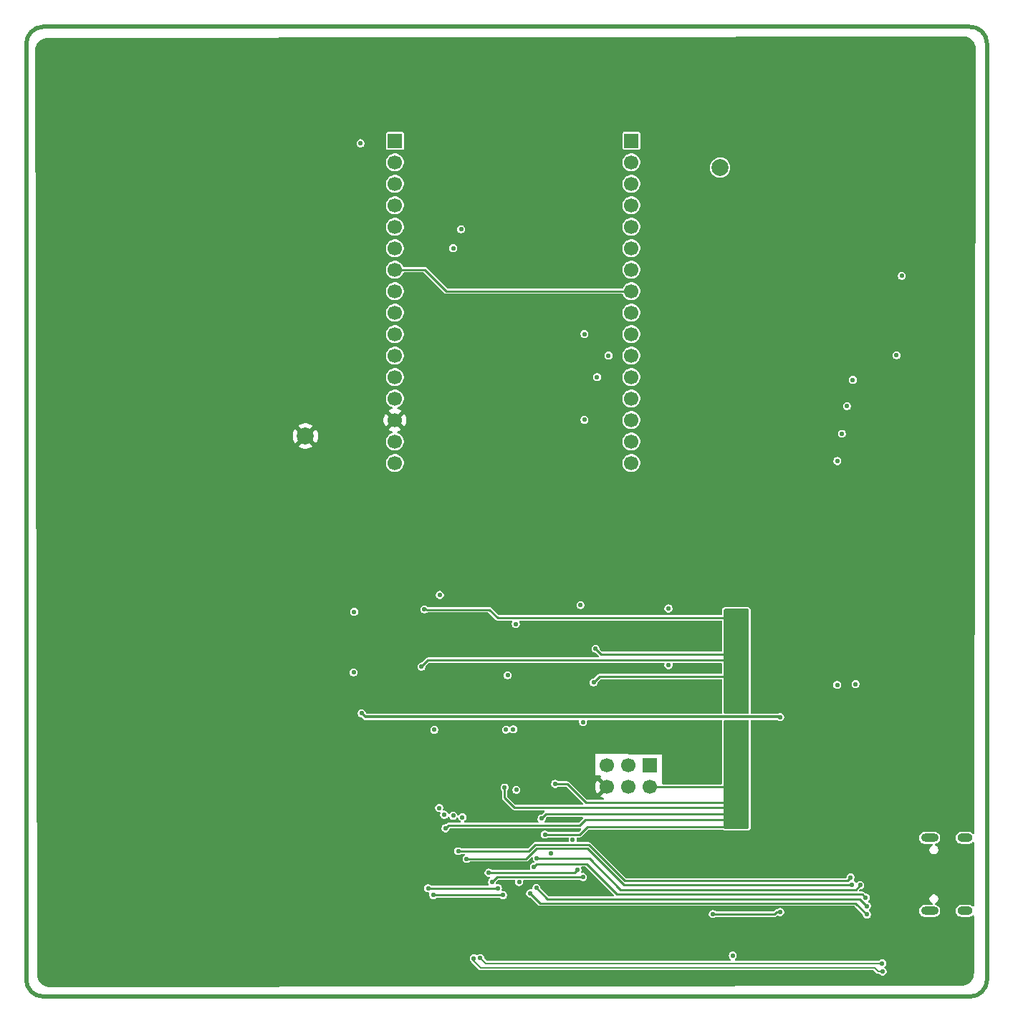
<source format=gbr>
%TF.GenerationSoftware,KiCad,Pcbnew,9.0.7*%
%TF.CreationDate,2026-01-21T16:50:36+00:00*%
%TF.ProjectId,OE PyBoard tester,4f452050-7942-46f6-9172-642074657374,rev?*%
%TF.SameCoordinates,PX4feafc0PY9062e40*%
%TF.FileFunction,Copper,L3,Inr*%
%TF.FilePolarity,Positive*%
%FSLAX46Y46*%
G04 Gerber Fmt 4.6, Leading zero omitted, Abs format (unit mm)*
G04 Created by KiCad (PCBNEW 9.0.7) date 2026-01-21 16:50:36*
%MOMM*%
%LPD*%
G01*
G04 APERTURE LIST*
%TA.AperFunction,ComponentPad*%
%ADD10R,1.700000X1.700000*%
%TD*%
%TA.AperFunction,ComponentPad*%
%ADD11C,1.700000*%
%TD*%
%TA.AperFunction,ComponentPad*%
%ADD12C,2.000000*%
%TD*%
%TA.AperFunction,HeatsinkPad*%
%ADD13O,2.100000X1.000000*%
%TD*%
%TA.AperFunction,HeatsinkPad*%
%ADD14O,1.800000X1.000000*%
%TD*%
%TA.AperFunction,ViaPad*%
%ADD15C,0.550000*%
%TD*%
%TA.AperFunction,Conductor*%
%ADD16C,0.210000*%
%TD*%
%TA.AperFunction,Conductor*%
%ADD17C,0.300000*%
%TD*%
%TA.AperFunction,Conductor*%
%ADD18C,0.220000*%
%TD*%
%TA.AperFunction,Profile*%
%ADD19C,0.500000*%
%TD*%
G04 APERTURE END LIST*
D10*
%TO.N,V+#1*%
%TO.C,J5*%
X71514000Y101205200D03*
D11*
%TO.N,+3V3#1*%
X71514000Y98665200D03*
%TO.N,GND#1*%
X71514000Y96125200D03*
%TO.N,/~{RST}#1 actuador*%
X71514000Y93585200D03*
%TO.N,/module on test/PB1-Y12*%
X71514000Y91045200D03*
%TO.N,/module on test/PB0-Y11*%
X71514000Y88505200D03*
%TO.N,/module on test/PB11-Y10*%
X71514000Y85965200D03*
%TO.N,/module on test/PB10-Y9*%
X71514000Y83425200D03*
%TO.N,/module on test/PA3-X4*%
X71514000Y80885200D03*
%TO.N,/module on test/PA2-X3*%
X71514000Y78345200D03*
%TO.N,/module on test/PA1-X2*%
X71514000Y75805200D03*
%TO.N,/module on test/PA0-X1*%
X71514000Y73265200D03*
%TO.N,/module on test/PA3-X4*%
X71514000Y70725200D03*
%TO.N,/module on test/PA2-X3*%
X71514000Y68185200D03*
%TO.N,/module on test/PA1-X2*%
X71514000Y65645200D03*
%TO.N,/module on test/PA0-X1*%
X71514000Y63105200D03*
%TD*%
D12*
%TO.N,GND*%
%TO.C,TP27*%
X32990681Y66290144D03*
%TD*%
D10*
%TO.N,/PDI_DATA*%
%TO.C,J2*%
X73690000Y27325000D03*
D11*
%TO.N,+3V3*%
X73690000Y24785000D03*
%TO.N,unconnected-(J2-Pin_3-Pad3)*%
X71150000Y27325000D03*
%TO.N,unconnected-(J2-Pin_4-Pad4)*%
X71150000Y24785000D03*
%TO.N,/PDI_CLOCK*%
X68610000Y27325000D03*
%TO.N,GND*%
X68610000Y24785000D03*
%TD*%
D13*
%TO.N,Net-(J1-SHIELD)*%
%TO.C,J1*%
X106770000Y10130000D03*
D14*
X110950000Y10130000D03*
D13*
X106770000Y18770000D03*
D14*
X110950000Y18770000D03*
%TD*%
D12*
%TO.N,GND#1*%
%TO.C,TP6*%
X82014000Y98031867D03*
%TD*%
D10*
%TO.N,/module on test/PC4-X11*%
%TO.C,J4*%
X43580000Y101193200D03*
D11*
%TO.N,/module on test/PC5-X12*%
X43580000Y98653200D03*
%TO.N,/module on test/PB12-Y5*%
X43580000Y96113200D03*
%TO.N,/module on test/PB13-Y6*%
X43580000Y93573200D03*
%TO.N,/module on test/PB12-Y5*%
X43580000Y91033200D03*
%TO.N,/module on test/PB13-Y6*%
X43580000Y88493200D03*
%TO.N,/module on test/PB10-Y9*%
X43580000Y85953200D03*
%TO.N,/module on test/PB11-Y10*%
X43580000Y83413200D03*
%TO.N,/module on test/PB0-Y11*%
X43580000Y80873200D03*
%TO.N,/module on test/PB1-Y12*%
X43580000Y78333200D03*
%TO.N,/module on test/PC4-X11*%
X43580000Y75793200D03*
%TO.N,/module on test/PC5-X12*%
X43580000Y73253200D03*
%TO.N,/~{RST}#2 feedback*%
X43580000Y70713200D03*
%TO.N,GND*%
X43580000Y68173200D03*
%TO.N,+3V3#2*%
X43580000Y65633200D03*
%TO.N,V+#2*%
X43580000Y63093200D03*
%TD*%
D15*
%TO.N,Net-(U1-PC2{slash}OC0C{slash}RXD0)*%
X103475000Y85250000D03*
%TO.N,GND*%
X101200000Y53300000D03*
X101000000Y60775000D03*
X101550000Y44225000D03*
X101540095Y37891772D03*
X101500000Y30175000D03*
X101550000Y20475000D03*
X104122765Y19356499D03*
X101800000Y18375000D03*
X103950000Y13925000D03*
X104125000Y12325000D03*
X101925000Y11275000D03*
X102125000Y13800000D03*
X102050000Y15975000D03*
X55475000Y9275000D03*
X51350000Y9300000D03*
X54300000Y13900000D03*
%TO.N,Net-(U1-PC2{slash}OC0C{slash}RXD0)*%
X52900000Y4525000D03*
%TO.N,Net-(U1-PC3{slash}OC0D{slash}TXD0)*%
X53650000Y4550000D03*
%TO.N,Net-(U1-PC2{slash}OC0C{slash}RXD0)*%
X101200000Y2975000D03*
%TO.N,Net-(U1-PC3{slash}OC0D{slash}TXD0)*%
X101162500Y3937500D03*
X102850000Y75850000D03*
%TO.N,GND*%
X92000000Y44775000D03*
X110175000Y57700000D03*
X88525000Y53325000D03*
%TO.N,/OK_LED*%
X95850000Y36850000D03*
%TO.N,/NOK_LED*%
X98000000Y36950000D03*
%TO.N,GND*%
X107025000Y38050000D03*
X107225000Y47100000D03*
%TO.N,+3V3#2*%
X38700000Y38350000D03*
%TO.N,V+#2*%
X38750000Y45500000D03*
X39650000Y33500000D03*
X89100000Y33050000D03*
%TO.N,V+#1*%
X75900000Y45900000D03*
%TO.N,+3V3#1*%
X75900000Y39200000D03*
%TO.N,/module on test/PB1-Y12*%
X51400000Y90755200D03*
%TO.N,/module on test/PB0-Y11*%
X50450000Y88505200D03*
%TO.N,/module on test/PB13-Y6*%
X51550000Y21200000D03*
%TO.N,/module on test/PB10-Y9*%
X50450000Y21400000D03*
%TO.N,/~{RST}#2 feedback*%
X48800000Y22300000D03*
%TO.N,GND*%
X66850000Y24050000D03*
X49250000Y68800000D03*
X73950000Y70700000D03*
X3125000Y67075000D03*
X87150000Y17200000D03*
X74150000Y61650000D03*
X74350000Y45600000D03*
X49500000Y46350000D03*
X85950000Y46550000D03*
X15475000Y60875000D03*
X73350000Y32100000D03*
X47400000Y84500000D03*
X66050000Y34050000D03*
X101237500Y64938800D03*
X61400000Y36900000D03*
X56400000Y17800000D03*
X103967500Y5600000D03*
X64000000Y32050000D03*
X63562500Y36838800D03*
X48150000Y43100000D03*
X49563500Y15900000D03*
X72300000Y14575000D03*
X56400000Y21550000D03*
X110475000Y52300000D03*
X76950000Y93850000D03*
X110500000Y63200000D03*
X97400000Y9950000D03*
X46600000Y32450000D03*
X91650000Y92700000D03*
X93000000Y103250000D03*
X49225000Y1975000D03*
X63700000Y59050000D03*
X63850000Y82300000D03*
X97825000Y1925000D03*
X50150000Y89700000D03*
X57375000Y112500000D03*
X19525000Y112450000D03*
X41100000Y31650000D03*
X104100000Y100150000D03*
X53000000Y46850000D03*
X90300000Y67650000D03*
X80075000Y14550000D03*
X103867500Y21500000D03*
X74100000Y87700000D03*
X53050000Y57250000D03*
X90150000Y28050000D03*
X49250000Y53750000D03*
X54550000Y17800000D03*
X89300000Y29850000D03*
X67050000Y106750000D03*
X82700000Y18950000D03*
X104137500Y61788800D03*
X88650000Y80650000D03*
X93700000Y6050000D03*
X110925000Y93500000D03*
X52700000Y77950000D03*
X56950000Y39050000D03*
X54550000Y21550000D03*
X110075000Y33100000D03*
X35850000Y57700000D03*
X86900000Y58050000D03*
X36200000Y24050000D03*
X58300000Y19650000D03*
X17050000Y39900000D03*
X48200000Y36400000D03*
X45950000Y79700000D03*
X63950000Y89600000D03*
X95000000Y112325000D03*
X86900000Y51400000D03*
X105250000Y106350000D03*
X40950000Y36393200D03*
X38900000Y36250000D03*
X39800000Y49550000D03*
X84550000Y19250000D03*
X49200000Y60650000D03*
X81350000Y32100000D03*
X49050000Y107050000D03*
X59000000Y53450000D03*
X58300000Y21550000D03*
X63150000Y75650000D03*
X87050000Y25350000D03*
X101200000Y13245000D03*
X71000000Y45700000D03*
X110800000Y112150000D03*
X66100000Y84850000D03*
X86500000Y34200000D03*
X3250000Y97725000D03*
X57600000Y29100000D03*
X56400000Y19650000D03*
X53000000Y82600000D03*
X48200000Y38343200D03*
X81300000Y46000000D03*
X75912500Y41088800D03*
X52700000Y84600000D03*
X57950000Y72800000D03*
X46750000Y26600000D03*
X2825000Y86700000D03*
X76900000Y73850000D03*
X66300000Y66700000D03*
X71950000Y19300000D03*
X74200000Y97100000D03*
X13600000Y105050000D03*
X63850000Y67750000D03*
X86050000Y106850000D03*
X89100000Y17250000D03*
X12550000Y79150000D03*
X93350000Y80750000D03*
X46650000Y36350000D03*
X58300000Y17800000D03*
X96137500Y72538800D03*
X65900000Y43050000D03*
X73900000Y79450000D03*
X65350000Y73250000D03*
X65400000Y48150000D03*
X62800000Y28400000D03*
X63512500Y42888800D03*
X49500000Y71850000D03*
X74300000Y49800000D03*
X30100000Y107150000D03*
X63850000Y40650000D03*
X52750000Y67850000D03*
X56400000Y28100000D03*
X68150000Y69200000D03*
X86782500Y4850000D03*
X27700000Y17000000D03*
X65900000Y37050000D03*
X54000000Y44425000D03*
X3025000Y46700000D03*
X58400000Y12450000D03*
X97200000Y44300000D03*
X21800000Y91500000D03*
X55700000Y32300000D03*
X63900000Y48950000D03*
X52950000Y36593200D03*
X48300000Y45075000D03*
X75912500Y35238800D03*
X87050000Y24550000D03*
X3825000Y26200000D03*
X93950000Y59500000D03*
X71762500Y33838800D03*
X72300000Y2150000D03*
X58500000Y34050000D03*
X84550000Y16950000D03*
X75800000Y26800000D03*
X61700000Y12350000D03*
X22450000Y67950000D03*
X74500000Y15700000D03*
X40950000Y43000000D03*
X63650000Y23800000D03*
X46650000Y15100000D03*
X76800000Y65150000D03*
X106050000Y25100000D03*
X2375000Y2000000D03*
X97075000Y16675000D03*
X90750000Y19800000D03*
X50975000Y14850000D03*
X81700000Y38850000D03*
X45800000Y77350000D03*
X92950000Y40950000D03*
X103917500Y7500000D03*
X58250000Y89550000D03*
X76450000Y112225000D03*
X77200000Y59350000D03*
X65450000Y80000000D03*
X41500000Y47600000D03*
X110375000Y41400000D03*
X52600000Y91500000D03*
X104450000Y11250000D03*
X55900000Y35250000D03*
X86350000Y41300000D03*
X46400000Y87800000D03*
X104500000Y18150000D03*
X106550000Y4300000D03*
X40100000Y62100000D03*
X29750000Y2650000D03*
X38500000Y40700000D03*
X86900000Y31900000D03*
X20650000Y27100000D03*
X81750000Y35500000D03*
X57100000Y42600000D03*
X40500000Y38450000D03*
X97275000Y30200000D03*
X16950000Y51325000D03*
X51900000Y23150000D03*
X48000000Y32400000D03*
X12625000Y11175000D03*
X49800000Y44200000D03*
X67550000Y19200000D03*
X38790000Y34200000D03*
X110575000Y2550000D03*
X49950000Y84650000D03*
X73512500Y37138800D03*
X30200000Y50500000D03*
X86500000Y6500000D03*
X38000000Y112700000D03*
X54550000Y19650000D03*
X97100000Y23175000D03*
X76950000Y84550000D03*
X51350000Y32100000D03*
X81650000Y25600000D03*
X49050000Y14000000D03*
X38710000Y42950000D03*
X91120000Y24450000D03*
X77600000Y5050000D03*
X63950000Y34000000D03*
X40100000Y56700000D03*
X71050000Y29500000D03*
X100850000Y18550000D03*
X93780000Y24450000D03*
X51150000Y25450000D03*
X69700000Y94700000D03*
X75050000Y99650000D03*
X48050000Y33800000D03*
X73512500Y43088800D03*
X77050000Y52750000D03*
X53400000Y33800000D03*
X49550000Y82450000D03*
X104137500Y75238800D03*
X81600000Y42650000D03*
X64650000Y9550000D03*
X2894469Y111735997D03*
X32400000Y36550000D03*
X110800000Y75600000D03*
X96800000Y100300000D03*
X51250000Y19000000D03*
X68350000Y12250000D03*
X46600000Y20450000D03*
X61300000Y42950000D03*
X74200000Y56000000D03*
X77050000Y45550000D03*
X63900000Y20950000D03*
X66550000Y31600000D03*
%TO.N,/STATE_LED*%
X57930999Y24458310D03*
X62000000Y16935000D03*
%TO.N,/~{RST}#1 actuador*%
X64565000Y18535000D03*
%TO.N,/V+#1_chck*%
X57850000Y44056300D03*
X57550000Y31600000D03*
%TO.N,/+3V3#1_chck*%
X56900000Y38000000D03*
X56686622Y31563937D03*
%TO.N,/V+#1_ok*%
X54650000Y14650000D03*
X65150000Y15000000D03*
X65500000Y46300000D03*
%TO.N,/+3V3#1_ok*%
X55050000Y13550000D03*
X65800000Y32450000D03*
X65800000Y14136000D03*
%TO.N,/V+#2_ok*%
X55750000Y12800000D03*
X47500000Y12800000D03*
X48875000Y47500000D03*
%TO.N,/+3V3#2_ok*%
X48216000Y31550000D03*
X48100000Y12000000D03*
X56350000Y12000000D03*
%TO.N,/module on test/PC5-X12*%
X39500000Y100918533D03*
%TO.N,/module on test/PB11-Y10*%
X49400000Y21500000D03*
%TO.N,/module on test/PA1-X2*%
X68814000Y75805200D03*
%TO.N,/module on test/PA0-X1*%
X67464000Y73255200D03*
%TO.N,/module on test/PA2-X3*%
X65964000Y78355200D03*
X65964000Y68205200D03*
%TO.N,+3V3*%
X60900000Y21050000D03*
X62500000Y25150000D03*
X67050000Y37150000D03*
X83500000Y4850000D03*
X82900000Y34200000D03*
X49550000Y19900000D03*
X83100000Y25450000D03*
X58250000Y13551000D03*
X61300000Y19150000D03*
X83200000Y40000000D03*
X47050000Y45800000D03*
X84900000Y42800000D03*
X82950000Y30450000D03*
X83150000Y45400000D03*
X84900000Y21300000D03*
X84870000Y23570000D03*
X84500000Y32050000D03*
X67278367Y41128367D03*
X83000000Y20500000D03*
X46700000Y39022000D03*
X83200000Y23000000D03*
X84850000Y28550000D03*
X56528500Y24728500D03*
X84900000Y36950000D03*
%TO.N,/FTDI_CTS*%
X81150000Y9750000D03*
X89100000Y10000000D03*
%TO.N,/RST#1_LED*%
X59559022Y12200000D03*
X97687500Y72938800D03*
X99350000Y9700000D03*
%TO.N,/RST#2_LED*%
X60300000Y12850000D03*
X99345384Y10700000D03*
X96987500Y69838800D03*
%TO.N,/SUPPLY_LED*%
X99200000Y11700000D03*
X96402500Y66561200D03*
X60000000Y15350000D03*
%TO.N,/IOs_LED*%
X60350000Y16350000D03*
X98570000Y13180000D03*
X95862500Y63338800D03*
%TO.N,/OK_LED*%
X97409384Y14090616D03*
X51050000Y17200000D03*
%TO.N,/NOK_LED*%
X52050000Y16275000D03*
X97575000Y13250000D03*
%TO.N,GND*%
X104062500Y59288800D03*
%TD*%
D16*
%TO.N,Net-(U1-PC2{slash}OC0C{slash}RXD0)*%
X52900000Y4200000D02*
X52900000Y4525000D01*
X53700000Y3400000D02*
X52900000Y4200000D01*
%TO.N,Net-(U1-PC3{slash}OC0D{slash}TXD0)*%
X53875000Y4325000D02*
X53650000Y4550000D01*
X54262500Y3937500D02*
X53875000Y4325000D01*
X101162500Y3937500D02*
X54262500Y3937500D01*
D17*
%TO.N,V+#2*%
X40074000Y33076000D02*
X89144000Y33076000D01*
X39650000Y33500000D02*
X40074000Y33076000D01*
D18*
%TO.N,/module on test/PB10-Y9*%
X47146800Y85953200D02*
X43580000Y85953200D01*
X49674800Y83425200D02*
X47146800Y85953200D01*
X71514000Y83425200D02*
X49674800Y83425200D01*
%TO.N,/V+#1_ok*%
X65150000Y15000000D02*
X64800000Y14650000D01*
X64800000Y14650000D02*
X54650000Y14650000D01*
%TO.N,/+3V3#1_ok*%
X55636000Y14136000D02*
X55050000Y13550000D01*
X65800000Y14136000D02*
X55636000Y14136000D01*
%TO.N,/V+#2_ok*%
X47500000Y12800000D02*
X55750000Y12800000D01*
%TO.N,/+3V3#2_ok*%
X56350000Y12000000D02*
X48100000Y12000000D01*
%TO.N,+3V3*%
X82900000Y22700000D02*
X83250000Y22700000D01*
X61436000Y21586000D02*
X83186000Y21586000D01*
X67903934Y40502800D02*
X82997200Y40502800D01*
X67278367Y41128367D02*
X67903934Y40502800D01*
X66300000Y20050000D02*
X84000000Y20050000D01*
X47250000Y45800000D02*
X47300000Y45750000D01*
X66150000Y22950000D02*
X82900000Y22950000D01*
X56528500Y24728500D02*
X56528500Y23521500D01*
X56528500Y23521500D02*
X57700000Y22350000D01*
X66050000Y20900000D02*
X84000000Y20900000D01*
X46700000Y39022000D02*
X47464000Y39786000D01*
X57700000Y22350000D02*
X82550000Y22350000D01*
X82550000Y22350000D02*
X82900000Y22700000D01*
X82997200Y40502800D02*
X83050000Y40450000D01*
X61300000Y19150000D02*
X65400000Y19150000D01*
X67050000Y37150000D02*
X67750000Y37850000D01*
X49900000Y20250000D02*
X65400000Y20250000D01*
X82900000Y22950000D02*
X83400000Y23450000D01*
X67750000Y37850000D02*
X83300000Y37850000D01*
X47050000Y45800000D02*
X47250000Y45800000D01*
X73690000Y24785000D02*
X84565000Y24785000D01*
X49550000Y19900000D02*
X49900000Y20250000D01*
X63950000Y25150000D02*
X66150000Y22950000D01*
X82914000Y39786000D02*
X83200000Y39500000D01*
X65400000Y19150000D02*
X66300000Y20050000D01*
X60900000Y21050000D02*
X61436000Y21586000D01*
X65400000Y20250000D02*
X66050000Y20900000D01*
X55700000Y44800000D02*
X83200000Y44800000D01*
X62500000Y25150000D02*
X63950000Y25150000D01*
X54750000Y45750000D02*
X55700000Y44800000D01*
X47464000Y39786000D02*
X82914000Y39786000D01*
X47300000Y45750000D02*
X54750000Y45750000D01*
%TO.N,/FTDI_CTS*%
X89100000Y10000000D02*
X88700000Y10000000D01*
X88450000Y9750000D02*
X81150000Y9750000D01*
X88700000Y10000000D02*
X88450000Y9750000D01*
%TO.N,/RST#1_LED*%
X98000000Y11050000D02*
X60709022Y11050000D01*
X99350000Y9700000D02*
X98000000Y11050000D01*
X60709022Y11050000D02*
X59559022Y12200000D01*
%TO.N,/RST#2_LED*%
X61600000Y11550000D02*
X60300000Y12850000D01*
X99345384Y10700000D02*
X98495384Y11550000D01*
X98495384Y11550000D02*
X61600000Y11550000D01*
%TO.N,/SUPPLY_LED*%
X66200000Y15700000D02*
X60350000Y15700000D01*
X60350000Y15700000D02*
X60000000Y15350000D01*
X69800000Y12100000D02*
X66200000Y15700000D01*
X99200000Y11700000D02*
X98800000Y12100000D01*
X98800000Y12100000D02*
X69800000Y12100000D01*
%TO.N,/IOs_LED*%
X66545384Y16350000D02*
X60350000Y16350000D01*
X70245384Y12650000D02*
X66545384Y16350000D01*
X98040000Y12650000D02*
X70245384Y12650000D01*
X98570000Y13180000D02*
X98040000Y12650000D01*
%TO.N,/OK_LED*%
X70724384Y13696000D02*
X97046000Y13696000D01*
X59379616Y17200000D02*
X60129616Y17950000D01*
X60129616Y17950000D02*
X66470384Y17950000D01*
X97409384Y14059384D02*
X97409384Y14090616D01*
X97046000Y13696000D02*
X97409384Y14059384D01*
X66470384Y17950000D02*
X70724384Y13696000D01*
X51050000Y17200000D02*
X59379616Y17200000D01*
%TO.N,/NOK_LED*%
X66300000Y17525000D02*
X60300000Y17525000D01*
X59050000Y16275000D02*
X52050000Y16275000D01*
X97525000Y13200000D02*
X70625000Y13200000D01*
X70625000Y13200000D02*
X66300000Y17525000D01*
X97575000Y13250000D02*
X97525000Y13200000D01*
X60300000Y17525000D02*
X59050000Y16275000D01*
D16*
%TO.N,Net-(U1-PC2{slash}OC0C{slash}RXD0)*%
X101200000Y2975000D02*
X100700000Y2975000D01*
X100700000Y2975000D02*
X100275000Y3400000D01*
X100275000Y3400000D02*
X53700000Y3400000D01*
%TD*%
%TA.AperFunction,Conductor*%
%TO.N,+3V3*%
G36*
X85343039Y32705815D02*
G01*
X85388794Y32653011D01*
X85400000Y32601500D01*
X85400000Y19974000D01*
X85380315Y19906961D01*
X85327511Y19861206D01*
X85276000Y19850000D01*
X82574000Y19850000D01*
X82506961Y19869685D01*
X82461206Y19922489D01*
X82450000Y19974000D01*
X82450000Y32601500D01*
X82469685Y32668539D01*
X82522489Y32714294D01*
X82574000Y32725500D01*
X85276000Y32725500D01*
X85343039Y32705815D01*
G37*
%TD.AperFunction*%
%TA.AperFunction,Conductor*%
G36*
X85343039Y45830315D02*
G01*
X85388794Y45777511D01*
X85400000Y45726000D01*
X85400000Y33550500D01*
X85380315Y33483461D01*
X85327511Y33437706D01*
X85276000Y33426500D01*
X82574000Y33426500D01*
X82506961Y33446185D01*
X82461206Y33498989D01*
X82450000Y33550500D01*
X82450000Y45726000D01*
X82469685Y45793039D01*
X82522489Y45838794D01*
X82574000Y45850000D01*
X85276000Y45850000D01*
X85343039Y45830315D01*
G37*
%TD.AperFunction*%
%TD*%
%TA.AperFunction,Conductor*%
%TO.N,GND*%
G36*
X65754064Y21255815D02*
G01*
X65799819Y21203011D01*
X65809763Y21133853D01*
X65780738Y21070297D01*
X65774706Y21063819D01*
X65307705Y20596819D01*
X65246382Y20563334D01*
X65220024Y20560500D01*
X61380367Y20560500D01*
X61313328Y20580185D01*
X61267573Y20632989D01*
X61257629Y20702147D01*
X61277859Y20750173D01*
X61276431Y20750997D01*
X61300039Y20791888D01*
X61343095Y20866464D01*
X61375500Y20987399D01*
X61375500Y21035025D01*
X61384144Y21064466D01*
X61390668Y21094452D01*
X61394422Y21099468D01*
X61395185Y21102064D01*
X61411819Y21122706D01*
X61528294Y21239181D01*
X61589617Y21272666D01*
X61615975Y21275500D01*
X65687025Y21275500D01*
X65754064Y21255815D01*
G37*
%TD.AperFunction*%
%TA.AperFunction,Conductor*%
G36*
X110724143Y113571917D02*
G01*
X110944783Y113554910D01*
X110964050Y113551887D01*
X111174515Y113501631D01*
X111193068Y113495624D01*
X111305429Y113449194D01*
X111393051Y113412987D01*
X111410428Y113404148D01*
X111454272Y113377309D01*
X111594986Y113291170D01*
X111610769Y113279709D01*
X111775312Y113139201D01*
X111789103Y113125408D01*
X111815461Y113094528D01*
X111929585Y112960828D01*
X111941042Y112945042D01*
X112053977Y112760469D01*
X112062817Y112743084D01*
X112145414Y112543083D01*
X112151416Y112524530D01*
X112201627Y112314055D01*
X112204647Y112294786D01*
X112221608Y112074165D01*
X112221973Y112064412D01*
X112036261Y19373510D01*
X112016442Y19306510D01*
X111963546Y19260861D01*
X111894368Y19251056D01*
X111830871Y19280208D01*
X111824580Y19286077D01*
X111796545Y19314112D01*
X111796541Y19314115D01*
X111681817Y19390772D01*
X111681804Y19390779D01*
X111554332Y19443579D01*
X111554322Y19443582D01*
X111418995Y19470500D01*
X111418993Y19470500D01*
X110481007Y19470500D01*
X110481005Y19470500D01*
X110345677Y19443582D01*
X110345667Y19443579D01*
X110218195Y19390779D01*
X110218182Y19390772D01*
X110103458Y19314115D01*
X110103454Y19314112D01*
X110005888Y19216546D01*
X110005885Y19216542D01*
X109929228Y19101818D01*
X109929221Y19101805D01*
X109876421Y18974333D01*
X109876418Y18974323D01*
X109849500Y18838996D01*
X109849500Y18838993D01*
X109849500Y18701007D01*
X109849500Y18701005D01*
X109849499Y18701005D01*
X109876418Y18565678D01*
X109876421Y18565668D01*
X109929221Y18438196D01*
X109929228Y18438183D01*
X110005885Y18323459D01*
X110005888Y18323455D01*
X110103454Y18225889D01*
X110103458Y18225886D01*
X110218182Y18149229D01*
X110218195Y18149222D01*
X110345667Y18096422D01*
X110345672Y18096420D01*
X110345676Y18096420D01*
X110345677Y18096419D01*
X110481004Y18069500D01*
X110481007Y18069500D01*
X111418995Y18069500D01*
X111510041Y18087611D01*
X111554328Y18096420D01*
X111681811Y18149225D01*
X111796542Y18225886D01*
X111822155Y18251500D01*
X111883476Y18284984D01*
X111953168Y18280000D01*
X112009102Y18238130D01*
X112033520Y18172666D01*
X112033836Y18163570D01*
X112018985Y10750786D01*
X111999166Y10683786D01*
X111946270Y10638137D01*
X111877092Y10628332D01*
X111813595Y10657484D01*
X111807304Y10663353D01*
X111796545Y10674112D01*
X111796541Y10674115D01*
X111681817Y10750772D01*
X111681804Y10750779D01*
X111554332Y10803579D01*
X111554322Y10803582D01*
X111418995Y10830500D01*
X111418993Y10830500D01*
X110481007Y10830500D01*
X110481005Y10830500D01*
X110345677Y10803582D01*
X110345667Y10803579D01*
X110218195Y10750779D01*
X110218182Y10750772D01*
X110103458Y10674115D01*
X110103454Y10674112D01*
X110005888Y10576546D01*
X110005885Y10576542D01*
X109929228Y10461818D01*
X109929221Y10461805D01*
X109876421Y10334333D01*
X109876418Y10334323D01*
X109849500Y10198996D01*
X109849500Y10198993D01*
X109849500Y10061007D01*
X109849500Y10061005D01*
X109849499Y10061005D01*
X109876418Y9925678D01*
X109876421Y9925668D01*
X109929221Y9798196D01*
X109929228Y9798183D01*
X110005885Y9683459D01*
X110005888Y9683455D01*
X110103454Y9585889D01*
X110103458Y9585886D01*
X110218182Y9509229D01*
X110218195Y9509222D01*
X110341773Y9458035D01*
X110345672Y9456420D01*
X110345676Y9456420D01*
X110345677Y9456419D01*
X110481004Y9429500D01*
X110481007Y9429500D01*
X111418995Y9429500D01*
X111510041Y9447611D01*
X111554328Y9456420D01*
X111663253Y9501538D01*
X111681804Y9509222D01*
X111681804Y9509223D01*
X111681811Y9509225D01*
X111796542Y9585886D01*
X111804808Y9594153D01*
X111866128Y9627638D01*
X111935820Y9622656D01*
X111991755Y9580787D01*
X112016175Y9515324D01*
X112016491Y9506225D01*
X112003003Y2774151D01*
X112002603Y2764446D01*
X111984928Y2544944D01*
X111981860Y2525777D01*
X111931291Y2316465D01*
X111925270Y2298012D01*
X111842654Y2099152D01*
X111833827Y2081865D01*
X111721193Y1898338D01*
X111709776Y1882639D01*
X111569876Y1718933D01*
X111556150Y1705210D01*
X111392417Y1565343D01*
X111376721Y1553932D01*
X111193166Y1441331D01*
X111175877Y1432507D01*
X110977001Y1349931D01*
X110958548Y1343914D01*
X110749226Y1293386D01*
X110730057Y1290322D01*
X110510552Y1272690D01*
X110500848Y1272292D01*
X2828896Y1077718D01*
X2819170Y1078083D01*
X2599176Y1094990D01*
X2579960Y1097996D01*
X2370049Y1147969D01*
X2351540Y1153944D01*
X2152033Y1236123D01*
X2134685Y1244918D01*
X1950480Y1357285D01*
X1934721Y1368685D01*
X1770353Y1508474D01*
X1756571Y1522198D01*
X1616087Y1685966D01*
X1604620Y1701676D01*
X1602444Y1705209D01*
X1491465Y1885410D01*
X1482604Y1902704D01*
X1399572Y2101870D01*
X1393519Y2120354D01*
X1342656Y2330040D01*
X1339567Y2349243D01*
X1321723Y2569176D01*
X1321317Y2578900D01*
X1320796Y2791464D01*
X1316398Y4587601D01*
X52424500Y4587601D01*
X52424500Y4462399D01*
X52456905Y4341464D01*
X52513752Y4243000D01*
X52519504Y4233038D01*
X52519506Y4233035D01*
X52571641Y4180900D01*
X52603734Y4125314D01*
X52615318Y4082083D01*
X52615321Y4082076D01*
X52653736Y4015541D01*
X52655539Y4012419D01*
X53455539Y3212419D01*
X53512419Y3155539D01*
X53547250Y3135429D01*
X53582075Y3115322D01*
X53582077Y3115321D01*
X53582078Y3115321D01*
X53582081Y3115319D01*
X53659780Y3094500D01*
X100097096Y3094500D01*
X100164135Y3074815D01*
X100184777Y3058181D01*
X100455539Y2787419D01*
X100512419Y2730539D01*
X100547250Y2710429D01*
X100582075Y2690322D01*
X100582077Y2690321D01*
X100582078Y2690321D01*
X100582081Y2690319D01*
X100659780Y2669500D01*
X100740220Y2669500D01*
X100781679Y2669500D01*
X100848718Y2649815D01*
X100869360Y2633181D01*
X100908036Y2594505D01*
X101016464Y2531905D01*
X101137399Y2499500D01*
X101137401Y2499500D01*
X101262599Y2499500D01*
X101262601Y2499500D01*
X101383536Y2531905D01*
X101491964Y2594505D01*
X101580495Y2683036D01*
X101643095Y2791464D01*
X101675500Y2912399D01*
X101675500Y3037601D01*
X101643095Y3158536D01*
X101580495Y3266964D01*
X101491964Y3355495D01*
X101488635Y3357417D01*
X101480384Y3362181D01*
X101432170Y3412750D01*
X101418949Y3481357D01*
X101444918Y3546221D01*
X101454690Y3557232D01*
X101542995Y3645536D01*
X101605595Y3753964D01*
X101638000Y3874899D01*
X101638000Y4000101D01*
X101605595Y4121036D01*
X101542995Y4229464D01*
X101454464Y4317995D01*
X101346036Y4380595D01*
X101346037Y4380595D01*
X101305724Y4391397D01*
X101225101Y4413000D01*
X101099899Y4413000D01*
X101019275Y4391397D01*
X100978963Y4380595D01*
X100870537Y4317996D01*
X100870534Y4317994D01*
X100831860Y4279319D01*
X100770537Y4245834D01*
X100744179Y4243000D01*
X83862069Y4243000D01*
X83795030Y4262685D01*
X83749275Y4315489D01*
X83739331Y4384647D01*
X83768356Y4448203D01*
X83786581Y4465375D01*
X83791956Y4469501D01*
X83791964Y4469505D01*
X83880495Y4558036D01*
X83943095Y4666464D01*
X83975500Y4787399D01*
X83975500Y4912601D01*
X83943095Y5033536D01*
X83880495Y5141964D01*
X83791964Y5230495D01*
X83683536Y5293095D01*
X83683537Y5293095D01*
X83643224Y5303897D01*
X83562601Y5325500D01*
X83437399Y5325500D01*
X83356775Y5303897D01*
X83316463Y5293095D01*
X83208037Y5230496D01*
X83208034Y5230494D01*
X83119506Y5141966D01*
X83119504Y5141963D01*
X83056905Y5033537D01*
X83048053Y5000500D01*
X83024500Y4912601D01*
X83024500Y4787399D01*
X83056905Y4666464D01*
X83119505Y4558036D01*
X83208036Y4469505D01*
X83208039Y4469503D01*
X83213419Y4465375D01*
X83254621Y4408946D01*
X83258775Y4339200D01*
X83224561Y4278280D01*
X83162844Y4245528D01*
X83137931Y4243000D01*
X54440404Y4243000D01*
X54373365Y4262685D01*
X54352723Y4279319D01*
X54161819Y4470223D01*
X54128334Y4531546D01*
X54125500Y4557904D01*
X54125500Y4612600D01*
X54111067Y4666464D01*
X54093095Y4733536D01*
X54030495Y4841964D01*
X53941964Y4930495D01*
X53833536Y4993095D01*
X53833537Y4993095D01*
X53793224Y5003897D01*
X53712601Y5025500D01*
X53587399Y5025500D01*
X53506775Y5003897D01*
X53466463Y4993095D01*
X53358037Y4930496D01*
X53358033Y4930493D01*
X53348677Y4921137D01*
X53287353Y4887654D01*
X53217662Y4892641D01*
X53199000Y4901433D01*
X53083536Y4968095D01*
X53083537Y4968095D01*
X53043224Y4978897D01*
X52962601Y5000500D01*
X52837399Y5000500D01*
X52756775Y4978897D01*
X52716463Y4968095D01*
X52608037Y4905496D01*
X52608034Y4905494D01*
X52519506Y4816966D01*
X52519504Y4816963D01*
X52456905Y4708537D01*
X52456905Y4708536D01*
X52424500Y4587601D01*
X1316398Y4587601D01*
X1303603Y9812601D01*
X80674500Y9812601D01*
X80674500Y9687399D01*
X80706905Y9566464D01*
X80769505Y9458036D01*
X80858036Y9369505D01*
X80966464Y9306905D01*
X81087399Y9274500D01*
X81087401Y9274500D01*
X81212599Y9274500D01*
X81212601Y9274500D01*
X81333536Y9306905D01*
X81441964Y9369505D01*
X81475640Y9403181D01*
X81536963Y9436666D01*
X81563321Y9439500D01*
X88490876Y9439500D01*
X88490879Y9439500D01*
X88569849Y9460660D01*
X88640652Y9501538D01*
X88709427Y9570314D01*
X88770749Y9603798D01*
X88840441Y9598814D01*
X88859107Y9590019D01*
X88893240Y9570313D01*
X88916464Y9556905D01*
X89037399Y9524500D01*
X89037401Y9524500D01*
X89162599Y9524500D01*
X89162601Y9524500D01*
X89283536Y9556905D01*
X89391964Y9619505D01*
X89480495Y9708036D01*
X89543095Y9816464D01*
X89575500Y9937399D01*
X89575500Y10062601D01*
X89543095Y10183536D01*
X89480495Y10291964D01*
X89391964Y10380495D01*
X89283536Y10443095D01*
X89283537Y10443095D01*
X89243224Y10453897D01*
X89162601Y10475500D01*
X89037399Y10475500D01*
X88956775Y10453897D01*
X88916463Y10443095D01*
X88808037Y10380496D01*
X88808034Y10380494D01*
X88774360Y10346819D01*
X88713037Y10313334D01*
X88686679Y10310500D01*
X88659118Y10310500D01*
X88637958Y10304830D01*
X88637957Y10304831D01*
X88580156Y10289342D01*
X88580149Y10289339D01*
X88509352Y10248465D01*
X88509349Y10248463D01*
X88509349Y10248462D01*
X88509348Y10248461D01*
X88357703Y10096818D01*
X88296382Y10063334D01*
X88270024Y10060500D01*
X81563321Y10060500D01*
X81496282Y10080185D01*
X81475640Y10096819D01*
X81441965Y10130494D01*
X81441964Y10130495D01*
X81333536Y10193095D01*
X81333537Y10193095D01*
X81293224Y10203897D01*
X81212601Y10225500D01*
X81087399Y10225500D01*
X81006775Y10203897D01*
X80966463Y10193095D01*
X80858037Y10130496D01*
X80858034Y10130494D01*
X80769506Y10041966D01*
X80769504Y10041963D01*
X80706905Y9933537D01*
X80706905Y9933536D01*
X80674500Y9812601D01*
X1303603Y9812601D01*
X1250219Y31612601D01*
X47740500Y31612601D01*
X47740500Y31487399D01*
X47772905Y31366464D01*
X47835505Y31258036D01*
X47924036Y31169505D01*
X48032464Y31106905D01*
X48153399Y31074500D01*
X48153401Y31074500D01*
X48278599Y31074500D01*
X48278601Y31074500D01*
X48399536Y31106905D01*
X48507964Y31169505D01*
X48596495Y31258036D01*
X48659095Y31366464D01*
X48691500Y31487399D01*
X48691500Y31612601D01*
X48687766Y31626538D01*
X56211122Y31626538D01*
X56211122Y31501336D01*
X56243527Y31380401D01*
X56306127Y31271973D01*
X56394658Y31183442D01*
X56503086Y31120842D01*
X56624021Y31088437D01*
X56624023Y31088437D01*
X56749221Y31088437D01*
X56749223Y31088437D01*
X56870158Y31120842D01*
X56978586Y31183442D01*
X57048664Y31253521D01*
X57109983Y31287003D01*
X57179675Y31282019D01*
X57224023Y31253518D01*
X57258036Y31219505D01*
X57366464Y31156905D01*
X57487399Y31124500D01*
X57487401Y31124500D01*
X57612599Y31124500D01*
X57612601Y31124500D01*
X57733536Y31156905D01*
X57841964Y31219505D01*
X57930495Y31308036D01*
X57993095Y31416464D01*
X58025500Y31537399D01*
X58025500Y31662601D01*
X57993095Y31783536D01*
X57930495Y31891964D01*
X57841964Y31980495D01*
X57733536Y32043095D01*
X57733537Y32043095D01*
X57693224Y32053897D01*
X57612601Y32075500D01*
X57487399Y32075500D01*
X57406775Y32053897D01*
X57366463Y32043095D01*
X57258037Y31980497D01*
X57187960Y31910419D01*
X57126636Y31876935D01*
X57056945Y31881920D01*
X57012598Y31910420D01*
X56978587Y31944431D01*
X56978586Y31944432D01*
X56870158Y32007032D01*
X56870159Y32007032D01*
X56829846Y32017834D01*
X56749223Y32039437D01*
X56624021Y32039437D01*
X56543397Y32017834D01*
X56503085Y32007032D01*
X56394659Y31944433D01*
X56394656Y31944431D01*
X56306128Y31855903D01*
X56306126Y31855900D01*
X56243527Y31747474D01*
X56227324Y31687006D01*
X56211122Y31626538D01*
X48687766Y31626538D01*
X48659095Y31733536D01*
X48596495Y31841964D01*
X48507964Y31930495D01*
X48399536Y31993095D01*
X48399537Y31993095D01*
X48347997Y32006905D01*
X48278601Y32025500D01*
X48153399Y32025500D01*
X48084003Y32006905D01*
X48032463Y31993095D01*
X47924037Y31930496D01*
X47924034Y31930494D01*
X47835506Y31841966D01*
X47835504Y31841963D01*
X47772905Y31733537D01*
X47772905Y31733536D01*
X47740500Y31612601D01*
X1250219Y31612601D01*
X1245444Y33562601D01*
X39174500Y33562601D01*
X39174500Y33437399D01*
X39206905Y33316464D01*
X39269505Y33208036D01*
X39358036Y33119505D01*
X39466464Y33056905D01*
X39587399Y33024500D01*
X39587401Y33024500D01*
X39594517Y33023563D01*
X39658413Y32995297D01*
X39666013Y32988305D01*
X39858788Y32795530D01*
X39919185Y32760660D01*
X39938712Y32749386D01*
X40027856Y32725500D01*
X40027857Y32725500D01*
X40120144Y32725500D01*
X65219947Y32725500D01*
X65286986Y32705815D01*
X65332741Y32653011D01*
X65342685Y32583853D01*
X65339721Y32569405D01*
X65324500Y32512604D01*
X65324500Y32512601D01*
X65324500Y32387399D01*
X65356905Y32266464D01*
X65419505Y32158036D01*
X65508036Y32069505D01*
X65616464Y32006905D01*
X65737399Y31974500D01*
X65737401Y31974500D01*
X65862599Y31974500D01*
X65862601Y31974500D01*
X65983536Y32006905D01*
X66091964Y32069505D01*
X66180495Y32158036D01*
X66243095Y32266464D01*
X66275500Y32387399D01*
X66275500Y32512601D01*
X66260279Y32569406D01*
X66261941Y32639255D01*
X66301102Y32697118D01*
X66365331Y32724623D01*
X66380053Y32725500D01*
X82120500Y32725500D01*
X82187539Y32705815D01*
X82233294Y32653011D01*
X82244500Y32601500D01*
X82244500Y25219500D01*
X82224815Y25152461D01*
X82172011Y25106706D01*
X82120500Y25095500D01*
X75274000Y25095500D01*
X75206961Y25115185D01*
X75161206Y25167989D01*
X75150000Y25219500D01*
X75150000Y28650000D01*
X67250000Y28700000D01*
X67250000Y26150000D01*
X67810371Y26150000D01*
X67877410Y26130315D01*
X67923165Y26077511D01*
X67933109Y26008353D01*
X67904084Y25944797D01*
X67883255Y25925681D01*
X67848282Y25900273D01*
X67848282Y25900272D01*
X68480591Y25267963D01*
X68417007Y25250925D01*
X68302993Y25185099D01*
X68209901Y25092007D01*
X68144075Y24977993D01*
X68127037Y24914409D01*
X67494728Y25546718D01*
X67494727Y25546718D01*
X67455380Y25492561D01*
X67358904Y25303218D01*
X67293242Y25101131D01*
X67293242Y25101128D01*
X67260000Y24891247D01*
X67260000Y24678754D01*
X67293242Y24468873D01*
X67293242Y24468870D01*
X67358904Y24266783D01*
X67455375Y24077450D01*
X67494728Y24023284D01*
X68127037Y24655592D01*
X68144075Y24592007D01*
X68209901Y24477993D01*
X68302993Y24384901D01*
X68417007Y24319075D01*
X68480589Y24302038D01*
X67848282Y23669731D01*
X67848282Y23669730D01*
X67902449Y23630376D01*
X68091782Y23533905D01*
X68188649Y23502431D01*
X68246324Y23462994D01*
X68273523Y23398635D01*
X68261609Y23329789D01*
X68214365Y23278313D01*
X68150331Y23260500D01*
X66329975Y23260500D01*
X66262936Y23280185D01*
X66242294Y23296819D01*
X64730676Y24808438D01*
X64140653Y25398461D01*
X64140648Y25398465D01*
X64069851Y25439339D01*
X64069850Y25439340D01*
X64069849Y25439340D01*
X63990879Y25460500D01*
X63990878Y25460500D01*
X63990877Y25460500D01*
X62913321Y25460500D01*
X62846282Y25480185D01*
X62825640Y25496819D01*
X62791965Y25530494D01*
X62791964Y25530495D01*
X62683536Y25593095D01*
X62683537Y25593095D01*
X62643224Y25603897D01*
X62562601Y25625500D01*
X62437399Y25625500D01*
X62356775Y25603897D01*
X62316463Y25593095D01*
X62208037Y25530496D01*
X62208034Y25530494D01*
X62119506Y25441966D01*
X62119504Y25441963D01*
X62056905Y25333537D01*
X62056905Y25333536D01*
X62024500Y25212601D01*
X62024500Y25087399D01*
X62056905Y24966464D01*
X62119505Y24858036D01*
X62208036Y24769505D01*
X62316464Y24706905D01*
X62437399Y24674500D01*
X62437401Y24674500D01*
X62562599Y24674500D01*
X62562601Y24674500D01*
X62683536Y24706905D01*
X62791964Y24769505D01*
X62825640Y24803181D01*
X62886963Y24836666D01*
X62913321Y24839500D01*
X63770024Y24839500D01*
X63837063Y24819815D01*
X63857705Y24803181D01*
X65788706Y22872181D01*
X65822191Y22810858D01*
X65817207Y22741166D01*
X65775335Y22685233D01*
X65709871Y22660816D01*
X65701025Y22660500D01*
X57879976Y22660500D01*
X57812937Y22680185D01*
X57792295Y22696819D01*
X56875319Y23613795D01*
X56841834Y23675118D01*
X56839000Y23701476D01*
X56839000Y24315179D01*
X56858685Y24382218D01*
X56875319Y24402860D01*
X56889998Y24417539D01*
X56908995Y24436536D01*
X56957708Y24520911D01*
X57455499Y24520911D01*
X57455499Y24395709D01*
X57487904Y24274774D01*
X57550504Y24166346D01*
X57639035Y24077815D01*
X57747463Y24015215D01*
X57868398Y23982810D01*
X57868400Y23982810D01*
X57993598Y23982810D01*
X57993600Y23982810D01*
X58114535Y24015215D01*
X58222963Y24077815D01*
X58311494Y24166346D01*
X58374094Y24274774D01*
X58406499Y24395709D01*
X58406499Y24520911D01*
X58374094Y24641846D01*
X58311494Y24750274D01*
X58222963Y24838805D01*
X58114535Y24901405D01*
X58114536Y24901405D01*
X58050949Y24918443D01*
X57993600Y24933810D01*
X57868398Y24933810D01*
X57811049Y24918443D01*
X57747462Y24901405D01*
X57639036Y24838806D01*
X57639033Y24838804D01*
X57550505Y24750276D01*
X57550503Y24750273D01*
X57487904Y24641847D01*
X57474549Y24592007D01*
X57455499Y24520911D01*
X56957708Y24520911D01*
X56971595Y24544964D01*
X57004000Y24665899D01*
X57004000Y24791101D01*
X56971595Y24912036D01*
X56908995Y25020464D01*
X56820464Y25108995D01*
X56712036Y25171595D01*
X56712037Y25171595D01*
X56661639Y25185099D01*
X56591101Y25204000D01*
X56465899Y25204000D01*
X56395361Y25185099D01*
X56344963Y25171595D01*
X56236537Y25108996D01*
X56236534Y25108994D01*
X56148006Y25020466D01*
X56148004Y25020463D01*
X56085405Y24912037D01*
X56075239Y24874096D01*
X56053000Y24791101D01*
X56053000Y24665899D01*
X56085405Y24544964D01*
X56132556Y24463294D01*
X56148004Y24436538D01*
X56148006Y24436535D01*
X56181681Y24402860D01*
X56215166Y24341537D01*
X56218000Y24315179D01*
X56218000Y23562379D01*
X56218000Y23480621D01*
X56239160Y23401651D01*
X56239161Y23401650D01*
X56239161Y23401649D01*
X56280035Y23330852D01*
X56280039Y23330847D01*
X57509343Y22101542D01*
X57509347Y22101539D01*
X57509348Y22101538D01*
X57550226Y22077938D01*
X57580152Y22060660D01*
X57637961Y22045171D01*
X57659121Y22039500D01*
X57659122Y22039500D01*
X61151025Y22039500D01*
X61218064Y22019815D01*
X61263819Y21967011D01*
X61273763Y21897853D01*
X61244738Y21834297D01*
X61238706Y21827819D01*
X60972705Y21561819D01*
X60911382Y21528334D01*
X60885024Y21525500D01*
X60837399Y21525500D01*
X60756775Y21503897D01*
X60716463Y21493095D01*
X60608037Y21430496D01*
X60608034Y21430494D01*
X60519506Y21341966D01*
X60519504Y21341963D01*
X60456905Y21233537D01*
X60443155Y21182222D01*
X60424500Y21112601D01*
X60424500Y20987399D01*
X60432671Y20956906D01*
X60456905Y20866464D01*
X60523569Y20750997D01*
X60521862Y20750012D01*
X60543202Y20694827D01*
X60529169Y20626381D01*
X60480359Y20576387D01*
X60419633Y20560500D01*
X51856128Y20560500D01*
X51789089Y20580185D01*
X51743334Y20632989D01*
X51733390Y20702147D01*
X51762415Y20765703D01*
X51794129Y20791888D01*
X51841964Y20819505D01*
X51930495Y20908036D01*
X51993095Y21016464D01*
X52025500Y21137399D01*
X52025500Y21262601D01*
X51993095Y21383536D01*
X51930495Y21491964D01*
X51841964Y21580495D01*
X51733536Y21643095D01*
X51733537Y21643095D01*
X51693224Y21653897D01*
X51612601Y21675500D01*
X51487399Y21675500D01*
X51406775Y21653897D01*
X51366463Y21643095D01*
X51258037Y21580496D01*
X51258034Y21580494D01*
X51169506Y21491966D01*
X51169500Y21491958D01*
X51147152Y21453250D01*
X51096585Y21405035D01*
X51027978Y21391813D01*
X50963113Y21417781D01*
X50922585Y21474696D01*
X50919998Y21483133D01*
X50893095Y21583536D01*
X50830495Y21691964D01*
X50741964Y21780495D01*
X50633536Y21843095D01*
X50633537Y21843095D01*
X50581997Y21856905D01*
X50512601Y21875500D01*
X50387399Y21875500D01*
X50318003Y21856905D01*
X50266463Y21843095D01*
X50158037Y21780496D01*
X50158034Y21780494D01*
X50069506Y21691966D01*
X50069500Y21691958D01*
X50061250Y21677669D01*
X50010681Y21629456D01*
X49942074Y21616236D01*
X49877210Y21642207D01*
X49846478Y21677675D01*
X49843095Y21683534D01*
X49843095Y21683536D01*
X49780495Y21791964D01*
X49691964Y21880495D01*
X49583536Y21943095D01*
X49583537Y21943095D01*
X49543224Y21953897D01*
X49462601Y21975500D01*
X49366924Y21975500D01*
X49299885Y21995185D01*
X49254130Y22047989D01*
X49244186Y22117147D01*
X49247149Y22131594D01*
X49275500Y22237399D01*
X49275500Y22362601D01*
X49243095Y22483536D01*
X49180495Y22591964D01*
X49091964Y22680495D01*
X48983536Y22743095D01*
X48983537Y22743095D01*
X48943224Y22753897D01*
X48862601Y22775500D01*
X48737399Y22775500D01*
X48656775Y22753897D01*
X48616463Y22743095D01*
X48508037Y22680496D01*
X48508034Y22680494D01*
X48419506Y22591966D01*
X48419504Y22591963D01*
X48356905Y22483537D01*
X48356905Y22483536D01*
X48324500Y22362601D01*
X48324500Y22237399D01*
X48356905Y22116464D01*
X48419505Y22008036D01*
X48508036Y21919505D01*
X48616464Y21856905D01*
X48737399Y21824500D01*
X48737401Y21824500D01*
X48833076Y21824500D01*
X48900115Y21804815D01*
X48945870Y21752011D01*
X48955814Y21682853D01*
X48952851Y21668409D01*
X48924500Y21562601D01*
X48924500Y21437399D01*
X48956905Y21316464D01*
X49019505Y21208036D01*
X49108036Y21119505D01*
X49216464Y21056905D01*
X49337399Y21024500D01*
X49337401Y21024500D01*
X49462599Y21024500D01*
X49462601Y21024500D01*
X49583536Y21056905D01*
X49691964Y21119505D01*
X49780495Y21208036D01*
X49788745Y21222327D01*
X49839312Y21270542D01*
X49907919Y21283766D01*
X49972784Y21257798D01*
X50003521Y21222326D01*
X50006904Y21216466D01*
X50006905Y21216464D01*
X50069505Y21108036D01*
X50158036Y21019505D01*
X50266464Y20956905D01*
X50387399Y20924500D01*
X50387401Y20924500D01*
X50512599Y20924500D01*
X50512601Y20924500D01*
X50633536Y20956905D01*
X50741964Y21019505D01*
X50830495Y21108036D01*
X50852845Y21146749D01*
X50903411Y21194965D01*
X50972018Y21208189D01*
X51036883Y21182222D01*
X51077412Y21125308D01*
X51080006Y21116850D01*
X51106905Y21016464D01*
X51169505Y20908036D01*
X51258036Y20819505D01*
X51305871Y20791888D01*
X51354087Y20741321D01*
X51367311Y20672714D01*
X51341343Y20607849D01*
X51284429Y20567320D01*
X51243872Y20560500D01*
X49859122Y20560500D01*
X49780150Y20539340D01*
X49709349Y20498462D01*
X49709346Y20498460D01*
X49622706Y20411819D01*
X49561383Y20378334D01*
X49535025Y20375500D01*
X49487399Y20375500D01*
X49410259Y20354830D01*
X49366463Y20343095D01*
X49258037Y20280496D01*
X49258034Y20280494D01*
X49169506Y20191966D01*
X49169504Y20191963D01*
X49106905Y20083537D01*
X49106905Y20083536D01*
X49074500Y19962601D01*
X49074500Y19837399D01*
X49106905Y19716464D01*
X49169505Y19608036D01*
X49258036Y19519505D01*
X49366464Y19456905D01*
X49487399Y19424500D01*
X49487401Y19424500D01*
X49612599Y19424500D01*
X49612601Y19424500D01*
X49733536Y19456905D01*
X49841964Y19519505D01*
X49930495Y19608036D01*
X49993095Y19716464D01*
X50025500Y19837399D01*
X50025500Y19837401D01*
X50027603Y19845249D01*
X50030412Y19844497D01*
X50053024Y19895593D01*
X50111353Y19934057D01*
X50147687Y19939500D01*
X65449006Y19939500D01*
X65449006Y19936576D01*
X65504131Y19928004D01*
X65556407Y19881647D01*
X65575322Y19814386D01*
X65554870Y19747576D01*
X65539011Y19728126D01*
X65307705Y19496819D01*
X65246382Y19463334D01*
X65220024Y19460500D01*
X61713321Y19460500D01*
X61646282Y19480185D01*
X61625640Y19496819D01*
X61591965Y19530494D01*
X61591964Y19530495D01*
X61483536Y19593095D01*
X61483537Y19593095D01*
X61427769Y19608038D01*
X61362601Y19625500D01*
X61237399Y19625500D01*
X61172231Y19608038D01*
X61116463Y19593095D01*
X61008037Y19530496D01*
X61008034Y19530494D01*
X60919506Y19441966D01*
X60919504Y19441963D01*
X60856905Y19333537D01*
X60856905Y19333536D01*
X60824500Y19212601D01*
X60824500Y19087399D01*
X60856905Y18966464D01*
X60919505Y18858036D01*
X61008036Y18769505D01*
X61116464Y18706905D01*
X61237399Y18674500D01*
X61237401Y18674500D01*
X61362599Y18674500D01*
X61362601Y18674500D01*
X61483536Y18706905D01*
X61591964Y18769505D01*
X61625640Y18803181D01*
X61686963Y18836666D01*
X61713321Y18839500D01*
X63992717Y18839500D01*
X64059756Y18819815D01*
X64105511Y18767011D01*
X64115455Y18697853D01*
X64112492Y18683410D01*
X64110106Y18674500D01*
X64089500Y18597600D01*
X64089500Y18472397D01*
X64104453Y18416595D01*
X64102791Y18346745D01*
X64063630Y18288882D01*
X63999401Y18261377D01*
X63984679Y18260500D01*
X60088734Y18260500D01*
X60067574Y18254830D01*
X60067573Y18254831D01*
X60009769Y18239341D01*
X60009768Y18239341D01*
X59986467Y18225887D01*
X59986465Y18225886D01*
X59938964Y18198463D01*
X59938962Y18198461D01*
X59287321Y17546819D01*
X59225998Y17513334D01*
X59199640Y17510500D01*
X51463321Y17510500D01*
X51396282Y17530185D01*
X51375640Y17546819D01*
X51341965Y17580494D01*
X51341964Y17580495D01*
X51233536Y17643095D01*
X51233537Y17643095D01*
X51193224Y17653897D01*
X51112601Y17675500D01*
X50987399Y17675500D01*
X50906775Y17653897D01*
X50866463Y17643095D01*
X50758037Y17580496D01*
X50758034Y17580494D01*
X50669506Y17491966D01*
X50669504Y17491963D01*
X50606905Y17383537D01*
X50606905Y17383536D01*
X50574500Y17262601D01*
X50574500Y17137399D01*
X50606905Y17016464D01*
X50669505Y16908036D01*
X50758036Y16819505D01*
X50866464Y16756905D01*
X50987399Y16724500D01*
X50987401Y16724500D01*
X51112599Y16724500D01*
X51112601Y16724500D01*
X51233536Y16756905D01*
X51341964Y16819505D01*
X51375640Y16853181D01*
X51402567Y16867885D01*
X51428386Y16884477D01*
X51434586Y16885369D01*
X51436963Y16886666D01*
X51463321Y16889500D01*
X51700570Y16889500D01*
X51767609Y16869815D01*
X51813364Y16817011D01*
X51823308Y16747853D01*
X51794283Y16684297D01*
X51762569Y16658112D01*
X51758037Y16655496D01*
X51758034Y16655494D01*
X51669506Y16566966D01*
X51669504Y16566963D01*
X51606905Y16458537D01*
X51590702Y16398069D01*
X51574500Y16337601D01*
X51574500Y16212399D01*
X51606905Y16091464D01*
X51669505Y15983036D01*
X51758036Y15894505D01*
X51866464Y15831905D01*
X51987399Y15799500D01*
X51987401Y15799500D01*
X52112599Y15799500D01*
X52112601Y15799500D01*
X52233536Y15831905D01*
X52341964Y15894505D01*
X52375640Y15928181D01*
X52436963Y15961666D01*
X52463321Y15964500D01*
X59090876Y15964500D01*
X59090879Y15964500D01*
X59169849Y15985660D01*
X59240652Y16026538D01*
X59662819Y16448705D01*
X59724142Y16482190D01*
X59793834Y16477206D01*
X59849767Y16435334D01*
X59874184Y16369870D01*
X59874500Y16361024D01*
X59874500Y16287399D01*
X59894596Y16212401D01*
X59906905Y16166464D01*
X59969504Y16058038D01*
X59969506Y16058035D01*
X59994247Y16033294D01*
X60027732Y15971971D01*
X60022748Y15902279D01*
X59980876Y15846346D01*
X59938661Y15825838D01*
X59937400Y15825500D01*
X59937399Y15825500D01*
X59816464Y15793095D01*
X59816462Y15793095D01*
X59816462Y15793094D01*
X59708037Y15730496D01*
X59708034Y15730494D01*
X59619506Y15641966D01*
X59619504Y15641963D01*
X59556905Y15533537D01*
X59556905Y15533536D01*
X59524500Y15412601D01*
X59524500Y15287399D01*
X59528787Y15271401D01*
X59556905Y15166463D01*
X59556908Y15166458D01*
X59568431Y15146499D01*
X59584904Y15078599D01*
X59562051Y15012572D01*
X59507130Y14969382D01*
X59461044Y14960500D01*
X55063321Y14960500D01*
X54996282Y14980185D01*
X54975640Y14996819D01*
X54941965Y15030494D01*
X54941964Y15030495D01*
X54833536Y15093095D01*
X54833537Y15093095D01*
X54793224Y15103897D01*
X54712601Y15125500D01*
X54587399Y15125500D01*
X54506775Y15103897D01*
X54466463Y15093095D01*
X54358037Y15030496D01*
X54358034Y15030494D01*
X54269506Y14941966D01*
X54269504Y14941963D01*
X54206905Y14833537D01*
X54206905Y14833536D01*
X54174500Y14712601D01*
X54174500Y14587399D01*
X54206905Y14466464D01*
X54269505Y14358036D01*
X54358036Y14269505D01*
X54466464Y14206905D01*
X54587399Y14174500D01*
X54587401Y14174500D01*
X54717891Y14174500D01*
X54784930Y14154815D01*
X54830685Y14102011D01*
X54840629Y14032853D01*
X54811604Y13969297D01*
X54779890Y13943112D01*
X54758036Y13930496D01*
X54669506Y13841966D01*
X54669504Y13841963D01*
X54606905Y13733537D01*
X54606905Y13733536D01*
X54574500Y13612601D01*
X54574500Y13487399D01*
X54606905Y13366464D01*
X54640540Y13308205D01*
X54647299Y13296499D01*
X54663771Y13228599D01*
X54640918Y13162572D01*
X54585996Y13119382D01*
X54539911Y13110500D01*
X47913321Y13110500D01*
X47846282Y13130185D01*
X47825640Y13146819D01*
X47791965Y13180494D01*
X47791964Y13180495D01*
X47683536Y13243095D01*
X47683537Y13243095D01*
X47624044Y13259036D01*
X47562601Y13275500D01*
X47437399Y13275500D01*
X47375956Y13259036D01*
X47316463Y13243095D01*
X47208037Y13180496D01*
X47208034Y13180494D01*
X47119506Y13091966D01*
X47119504Y13091963D01*
X47056905Y12983537D01*
X47056905Y12983536D01*
X47024500Y12862601D01*
X47024500Y12737399D01*
X47056905Y12616464D01*
X47119505Y12508036D01*
X47208036Y12419505D01*
X47316464Y12356905D01*
X47437399Y12324500D01*
X47437401Y12324500D01*
X47533076Y12324500D01*
X47600115Y12304815D01*
X47645870Y12252011D01*
X47655814Y12182853D01*
X47652851Y12168409D01*
X47624500Y12062601D01*
X47624500Y11937399D01*
X47656905Y11816464D01*
X47719505Y11708036D01*
X47808036Y11619505D01*
X47916464Y11556905D01*
X48037399Y11524500D01*
X48037401Y11524500D01*
X48162599Y11524500D01*
X48162601Y11524500D01*
X48283536Y11556905D01*
X48391964Y11619505D01*
X48425640Y11653181D01*
X48486963Y11686666D01*
X48513321Y11689500D01*
X55936679Y11689500D01*
X56003718Y11669815D01*
X56024360Y11653181D01*
X56058036Y11619505D01*
X56166464Y11556905D01*
X56287399Y11524500D01*
X56287401Y11524500D01*
X56412599Y11524500D01*
X56412601Y11524500D01*
X56533536Y11556905D01*
X56641964Y11619505D01*
X56730495Y11708036D01*
X56793095Y11816464D01*
X56825500Y11937399D01*
X56825500Y12062601D01*
X56793095Y12183536D01*
X56730495Y12291964D01*
X56641964Y12380495D01*
X56533536Y12443095D01*
X56533537Y12443095D01*
X56493224Y12453897D01*
X56412601Y12475500D01*
X56316924Y12475500D01*
X56249885Y12495185D01*
X56204130Y12547989D01*
X56194186Y12617147D01*
X56197149Y12631594D01*
X56205555Y12662964D01*
X56225500Y12737399D01*
X56225500Y12862601D01*
X56193095Y12983536D01*
X56130495Y13091964D01*
X56041964Y13180495D01*
X55933536Y13243095D01*
X55933537Y13243095D01*
X55874044Y13259036D01*
X55812601Y13275500D01*
X55687399Y13275500D01*
X55687393Y13275500D01*
X55659259Y13267961D01*
X55625309Y13268770D01*
X55591321Y13269031D01*
X55590450Y13269601D01*
X55589410Y13269625D01*
X55561272Y13288670D01*
X55532835Y13307255D01*
X55532410Y13308205D01*
X55531548Y13308788D01*
X55518176Y13340016D01*
X55504298Y13371032D01*
X55504375Y13372247D01*
X55504045Y13373017D01*
X55504569Y13406325D01*
X55505602Y13413143D01*
X55525500Y13487399D01*
X55525500Y13544373D01*
X55526901Y13553613D01*
X55537870Y13577154D01*
X55545185Y13602063D01*
X55555365Y13614698D01*
X55556413Y13616944D01*
X55557968Y13617928D01*
X55561819Y13622705D01*
X55728295Y13789181D01*
X55789618Y13822666D01*
X55815976Y13825500D01*
X57669679Y13825500D01*
X57736718Y13805815D01*
X57782473Y13753011D01*
X57792417Y13683853D01*
X57789453Y13669405D01*
X57774500Y13613604D01*
X57774500Y13613601D01*
X57774500Y13488399D01*
X57806905Y13367464D01*
X57869505Y13259036D01*
X57958036Y13170505D01*
X58066464Y13107905D01*
X58187399Y13075500D01*
X58187401Y13075500D01*
X58312599Y13075500D01*
X58312601Y13075500D01*
X58433536Y13107905D01*
X58541964Y13170505D01*
X58630495Y13259036D01*
X58693095Y13367464D01*
X58725500Y13488399D01*
X58725500Y13613601D01*
X58710547Y13669406D01*
X58712209Y13739255D01*
X58751370Y13797118D01*
X58815599Y13824623D01*
X58830321Y13825500D01*
X65386679Y13825500D01*
X65453718Y13805815D01*
X65474360Y13789181D01*
X65508036Y13755505D01*
X65616464Y13692905D01*
X65737399Y13660500D01*
X65737401Y13660500D01*
X65862599Y13660500D01*
X65862601Y13660500D01*
X65983536Y13692905D01*
X66091964Y13755505D01*
X66180495Y13844036D01*
X66243095Y13952464D01*
X66275500Y14073399D01*
X66275500Y14198601D01*
X66243095Y14319536D01*
X66180495Y14427964D01*
X66091964Y14516495D01*
X65983536Y14579095D01*
X65983537Y14579095D01*
X65943224Y14589897D01*
X65862601Y14611500D01*
X65737399Y14611500D01*
X65737398Y14611500D01*
X65715854Y14605727D01*
X65646004Y14607390D01*
X65588142Y14646553D01*
X65560638Y14710781D01*
X65572225Y14779683D01*
X65576374Y14787502D01*
X65593095Y14816464D01*
X65625500Y14937399D01*
X65625500Y15062601D01*
X65593095Y15183536D01*
X65593091Y15183543D01*
X65581569Y15203501D01*
X65565096Y15271401D01*
X65587949Y15337428D01*
X65642870Y15380618D01*
X65688956Y15389500D01*
X66020024Y15389500D01*
X66087063Y15369815D01*
X66107705Y15353181D01*
X67830392Y13630494D01*
X69388706Y12072181D01*
X69422191Y12010858D01*
X69417207Y11941166D01*
X69375335Y11885233D01*
X69309871Y11860816D01*
X69301025Y11860500D01*
X61779975Y11860500D01*
X61712936Y11880185D01*
X61692294Y11896819D01*
X60811819Y12777295D01*
X60778334Y12838618D01*
X60775500Y12864976D01*
X60775500Y12912600D01*
X60762665Y12960500D01*
X60743095Y13033536D01*
X60680495Y13141964D01*
X60591964Y13230495D01*
X60483536Y13293095D01*
X60483537Y13293095D01*
X60430691Y13307255D01*
X60362601Y13325500D01*
X60237399Y13325500D01*
X60169309Y13307255D01*
X60116463Y13293095D01*
X60008037Y13230496D01*
X60008034Y13230494D01*
X59919506Y13141966D01*
X59919504Y13141963D01*
X59856905Y13033537D01*
X59824500Y12912600D01*
X59824500Y12782739D01*
X59804815Y12715700D01*
X59752011Y12669945D01*
X59682853Y12660001D01*
X59668411Y12662963D01*
X59621623Y12675500D01*
X59496421Y12675500D01*
X59415797Y12653897D01*
X59375485Y12643095D01*
X59267059Y12580496D01*
X59267056Y12580494D01*
X59178528Y12491966D01*
X59178526Y12491963D01*
X59115927Y12383537D01*
X59103774Y12338181D01*
X59083522Y12262601D01*
X59083522Y12137399D01*
X59115927Y12016464D01*
X59178527Y11908036D01*
X59267058Y11819505D01*
X59375486Y11756905D01*
X59496421Y11724500D01*
X59544046Y11724500D01*
X59611085Y11704815D01*
X59631727Y11688181D01*
X60080409Y11239500D01*
X60518371Y10801538D01*
X60589173Y10760660D01*
X60668144Y10739500D01*
X60749901Y10739500D01*
X97820024Y10739500D01*
X97887063Y10719815D01*
X97907705Y10703181D01*
X98838181Y9772705D01*
X98871666Y9711382D01*
X98874500Y9685024D01*
X98874500Y9637399D01*
X98906905Y9516464D01*
X98969505Y9408036D01*
X99058036Y9319505D01*
X99166464Y9256905D01*
X99287399Y9224500D01*
X99287401Y9224500D01*
X99412599Y9224500D01*
X99412601Y9224500D01*
X99533536Y9256905D01*
X99641964Y9319505D01*
X99730495Y9408036D01*
X99793095Y9516464D01*
X99825500Y9637399D01*
X99825500Y9762601D01*
X99793095Y9883536D01*
X99730495Y9991964D01*
X99661454Y10061005D01*
X105519499Y10061005D01*
X105546418Y9925678D01*
X105546421Y9925668D01*
X105599221Y9798196D01*
X105599228Y9798183D01*
X105675885Y9683459D01*
X105675888Y9683455D01*
X105773454Y9585889D01*
X105773458Y9585886D01*
X105888182Y9509229D01*
X105888195Y9509222D01*
X106011773Y9458035D01*
X106015672Y9456420D01*
X106015676Y9456420D01*
X106015677Y9456419D01*
X106151004Y9429500D01*
X106151007Y9429500D01*
X107388995Y9429500D01*
X107480041Y9447611D01*
X107524328Y9456420D01*
X107633253Y9501538D01*
X107651804Y9509222D01*
X107651804Y9509223D01*
X107651811Y9509225D01*
X107766542Y9585886D01*
X107864114Y9683458D01*
X107940775Y9798189D01*
X107993580Y9925672D01*
X108016712Y10041964D01*
X108020500Y10061005D01*
X108020500Y10198996D01*
X107993581Y10334323D01*
X107993580Y10334324D01*
X107993580Y10334328D01*
X107988406Y10346819D01*
X107940778Y10461805D01*
X107940771Y10461818D01*
X107864114Y10576542D01*
X107864111Y10576546D01*
X107766545Y10674112D01*
X107766541Y10674115D01*
X107651817Y10750772D01*
X107651804Y10750779D01*
X107524332Y10803579D01*
X107524322Y10803582D01*
X107445032Y10819354D01*
X107383121Y10851739D01*
X107348547Y10912455D01*
X107352288Y10982225D01*
X107393154Y11038897D01*
X107437128Y11060745D01*
X107472836Y11070312D01*
X107592665Y11139495D01*
X107690505Y11237335D01*
X107759688Y11357164D01*
X107795500Y11490817D01*
X107795500Y11629183D01*
X107759688Y11762836D01*
X107703302Y11860500D01*
X107690507Y11882662D01*
X107690503Y11882667D01*
X107592666Y11980504D01*
X107592661Y11980508D01*
X107472838Y12049687D01*
X107472837Y12049688D01*
X107472836Y12049688D01*
X107339183Y12085500D01*
X107200817Y12085500D01*
X107067164Y12049688D01*
X107067161Y12049687D01*
X106947338Y11980508D01*
X106947333Y11980504D01*
X106849496Y11882667D01*
X106849492Y11882662D01*
X106780313Y11762839D01*
X106780312Y11762836D01*
X106744500Y11629183D01*
X106744500Y11490817D01*
X106779334Y11360816D01*
X106780312Y11357165D01*
X106780313Y11357162D01*
X106849492Y11237339D01*
X106849494Y11237336D01*
X106849495Y11237335D01*
X106947335Y11139495D01*
X107067164Y11070312D01*
X107067167Y11070311D01*
X107070182Y11069062D01*
X107072337Y11067325D01*
X107074203Y11066248D01*
X107074035Y11065958D01*
X107124587Y11025222D01*
X107146653Y10958928D01*
X107129375Y10891229D01*
X107078239Y10843617D01*
X107022732Y10830500D01*
X106151005Y10830500D01*
X106015677Y10803582D01*
X106015667Y10803579D01*
X105888195Y10750779D01*
X105888182Y10750772D01*
X105773458Y10674115D01*
X105773454Y10674112D01*
X105675888Y10576546D01*
X105675885Y10576542D01*
X105599228Y10461818D01*
X105599221Y10461805D01*
X105546421Y10334333D01*
X105546418Y10334323D01*
X105519500Y10198996D01*
X105519500Y10198993D01*
X105519500Y10061007D01*
X105519500Y10061005D01*
X105519499Y10061005D01*
X99661454Y10061005D01*
X99641964Y10080495D01*
X99641963Y10080496D01*
X99641960Y10080498D01*
X99618667Y10093946D01*
X99614476Y10098341D01*
X99608738Y10100327D01*
X99590648Y10123331D01*
X99570451Y10144513D01*
X99569301Y10150477D01*
X99565548Y10155250D01*
X99562766Y10184388D01*
X99557229Y10213120D01*
X99559485Y10218756D01*
X99558908Y10224803D01*
X99572322Y10250822D01*
X99583197Y10277985D01*
X99588854Y10282888D01*
X99590926Y10286905D01*
X99618663Y10308718D01*
X99637348Y10319505D01*
X99725879Y10408036D01*
X99788479Y10516464D01*
X99820884Y10637399D01*
X99820884Y10762601D01*
X99788479Y10883536D01*
X99725879Y10991964D01*
X99637348Y11080495D01*
X99637347Y11080496D01*
X99587878Y11109056D01*
X99533600Y11140394D01*
X99485385Y11190959D01*
X99472161Y11259566D01*
X99498129Y11324431D01*
X99507903Y11335445D01*
X99580495Y11408036D01*
X99643095Y11516464D01*
X99675500Y11637399D01*
X99675500Y11762601D01*
X99643095Y11883536D01*
X99580495Y11991964D01*
X99491964Y12080495D01*
X99383536Y12143095D01*
X99383537Y12143095D01*
X99343224Y12153897D01*
X99262601Y12175500D01*
X99262599Y12175500D01*
X99214976Y12175500D01*
X99147937Y12195185D01*
X99127295Y12211819D01*
X98990653Y12348461D01*
X98990648Y12348465D01*
X98919851Y12389339D01*
X98919850Y12389340D01*
X98919849Y12389340D01*
X98840879Y12410500D01*
X98840878Y12410500D01*
X98840877Y12410500D01*
X98538976Y12410500D01*
X98517730Y12416739D01*
X98495642Y12418318D01*
X98484858Y12426391D01*
X98471937Y12430185D01*
X98457437Y12446919D01*
X98439709Y12460190D01*
X98435001Y12472811D01*
X98426182Y12482989D01*
X98423030Y12504907D01*
X98415292Y12525654D01*
X98418154Y12538815D01*
X98416238Y12552147D01*
X98425437Y12572291D01*
X98430144Y12593927D01*
X98443412Y12611653D01*
X98445263Y12615703D01*
X98451295Y12622181D01*
X98497295Y12668181D01*
X98558618Y12701666D01*
X98584976Y12704500D01*
X98632599Y12704500D01*
X98632601Y12704500D01*
X98753536Y12736905D01*
X98861964Y12799505D01*
X98950495Y12888036D01*
X99013095Y12996464D01*
X99045500Y13117399D01*
X99045500Y13242601D01*
X99013095Y13363536D01*
X98950495Y13471964D01*
X98861964Y13560495D01*
X98753536Y13623095D01*
X98753537Y13623095D01*
X98713224Y13633897D01*
X98632601Y13655500D01*
X98507399Y13655500D01*
X98426775Y13633897D01*
X98386463Y13623095D01*
X98278037Y13560496D01*
X98278034Y13560494D01*
X98183758Y13466217D01*
X98182036Y13467939D01*
X98135554Y13434012D01*
X98065807Y13429870D01*
X98004894Y13464095D01*
X97986242Y13488709D01*
X97955497Y13541961D01*
X97955493Y13541966D01*
X97866965Y13630494D01*
X97866964Y13630495D01*
X97860765Y13634074D01*
X97843722Y13643914D01*
X97795507Y13694482D01*
X97782285Y13763089D01*
X97798336Y13813301D01*
X97814884Y13841963D01*
X97852479Y13907080D01*
X97884884Y14028015D01*
X97884884Y14153217D01*
X97852479Y14274152D01*
X97789879Y14382580D01*
X97701348Y14471111D01*
X97592920Y14533711D01*
X97592921Y14533711D01*
X97552608Y14544513D01*
X97471985Y14566116D01*
X97346783Y14566116D01*
X97266159Y14544513D01*
X97225847Y14533711D01*
X97117421Y14471112D01*
X97117418Y14471110D01*
X97028890Y14382582D01*
X97028888Y14382579D01*
X96966289Y14274153D01*
X96933884Y14153216D01*
X96933884Y14130500D01*
X96914199Y14063461D01*
X96861395Y14017706D01*
X96809884Y14006500D01*
X70904359Y14006500D01*
X70837320Y14026185D01*
X70816678Y14042819D01*
X66661037Y18198461D01*
X66661032Y18198465D01*
X66590235Y18239339D01*
X66590234Y18239340D01*
X66590233Y18239340D01*
X66511263Y18260500D01*
X66511262Y18260500D01*
X66511261Y18260500D01*
X65145321Y18260500D01*
X65078282Y18280185D01*
X65032527Y18332989D01*
X65022583Y18402147D01*
X65025547Y18416595D01*
X65040500Y18472399D01*
X65040500Y18597601D01*
X65017508Y18683407D01*
X65017927Y18701005D01*
X105519499Y18701005D01*
X105546418Y18565678D01*
X105546421Y18565668D01*
X105599221Y18438196D01*
X105599228Y18438183D01*
X105675885Y18323459D01*
X105675888Y18323455D01*
X105773454Y18225889D01*
X105773458Y18225886D01*
X105888182Y18149229D01*
X105888195Y18149222D01*
X106015667Y18096422D01*
X106015672Y18096420D01*
X106015676Y18096420D01*
X106015677Y18096419D01*
X106151004Y18069500D01*
X107022732Y18069500D01*
X107089771Y18049815D01*
X107135526Y17997011D01*
X107145470Y17927853D01*
X107116445Y17864297D01*
X107074168Y17833813D01*
X107074203Y17833752D01*
X107073608Y17833409D01*
X107070182Y17830938D01*
X107067163Y17829688D01*
X106947338Y17760508D01*
X106947333Y17760504D01*
X106849496Y17662667D01*
X106849492Y17662662D01*
X106780313Y17542839D01*
X106780312Y17542836D01*
X106744500Y17409183D01*
X106744500Y17270817D01*
X106780249Y17137401D01*
X106780312Y17137165D01*
X106780313Y17137162D01*
X106849492Y17017339D01*
X106849494Y17017336D01*
X106849495Y17017335D01*
X106947335Y16919495D01*
X106947336Y16919494D01*
X106947338Y16919493D01*
X106999288Y16889500D01*
X107067164Y16850312D01*
X107200817Y16814500D01*
X107200819Y16814500D01*
X107339181Y16814500D01*
X107339183Y16814500D01*
X107472836Y16850312D01*
X107592665Y16919495D01*
X107690505Y17017335D01*
X107759688Y17137164D01*
X107795500Y17270817D01*
X107795500Y17409183D01*
X107759688Y17542836D01*
X107690505Y17662665D01*
X107592665Y17760505D01*
X107592664Y17760506D01*
X107592661Y17760508D01*
X107472838Y17829687D01*
X107472837Y17829688D01*
X107457017Y17833927D01*
X107437129Y17839256D01*
X107377470Y17875621D01*
X107346941Y17938468D01*
X107355236Y18007843D01*
X107399722Y18061721D01*
X107445033Y18080647D01*
X107459297Y18083485D01*
X107524328Y18096420D01*
X107651811Y18149225D01*
X107766542Y18225886D01*
X107864114Y18323458D01*
X107940775Y18438189D01*
X107993580Y18565672D01*
X108002389Y18609959D01*
X108020500Y18701005D01*
X108020500Y18838996D01*
X107993581Y18974323D01*
X107993580Y18974324D01*
X107993580Y18974328D01*
X107946744Y19087401D01*
X107940778Y19101805D01*
X107940771Y19101818D01*
X107864114Y19216542D01*
X107864111Y19216546D01*
X107766545Y19314112D01*
X107766541Y19314115D01*
X107651817Y19390772D01*
X107651804Y19390779D01*
X107524332Y19443579D01*
X107524322Y19443582D01*
X107388995Y19470500D01*
X107388993Y19470500D01*
X106151007Y19470500D01*
X106151005Y19470500D01*
X106015677Y19443582D01*
X106015667Y19443579D01*
X105888195Y19390779D01*
X105888182Y19390772D01*
X105773458Y19314115D01*
X105773454Y19314112D01*
X105675888Y19216546D01*
X105675885Y19216542D01*
X105599228Y19101818D01*
X105599221Y19101805D01*
X105546421Y18974333D01*
X105546418Y18974323D01*
X105519500Y18838996D01*
X105519500Y18838993D01*
X105519500Y18701007D01*
X105519500Y18701005D01*
X105519499Y18701005D01*
X65017927Y18701005D01*
X65019171Y18753256D01*
X65058333Y18811119D01*
X65122562Y18838623D01*
X65137283Y18839500D01*
X65440876Y18839500D01*
X65440879Y18839500D01*
X65519849Y18860660D01*
X65590652Y18901538D01*
X66392295Y19703181D01*
X66453618Y19736666D01*
X66479976Y19739500D01*
X82298051Y19739500D01*
X82361207Y19720956D01*
X82361505Y19721487D01*
X82363835Y19720184D01*
X82365090Y19719815D01*
X82367428Y19718174D01*
X82369245Y19717158D01*
X82369246Y19717157D01*
X82449063Y19672510D01*
X82516102Y19652825D01*
X82574000Y19644500D01*
X82574004Y19644500D01*
X85275991Y19644500D01*
X85276000Y19644500D01*
X85319684Y19649197D01*
X85348875Y19655548D01*
X85371174Y19660398D01*
X85371190Y19660402D01*
X85371195Y19660403D01*
X85381373Y19662890D01*
X85462085Y19705900D01*
X85514889Y19751655D01*
X85532843Y19769246D01*
X85577490Y19849063D01*
X85597175Y19916102D01*
X85605500Y19974000D01*
X85605500Y32601500D01*
X85625185Y32668539D01*
X85677989Y32714294D01*
X85729500Y32725500D01*
X88700679Y32725500D01*
X88767718Y32705815D01*
X88788360Y32689181D01*
X88808036Y32669505D01*
X88916464Y32606905D01*
X89037399Y32574500D01*
X89037401Y32574500D01*
X89162599Y32574500D01*
X89162601Y32574500D01*
X89283536Y32606905D01*
X89391964Y32669505D01*
X89480495Y32758036D01*
X89543095Y32866464D01*
X89575500Y32987399D01*
X89575500Y33112601D01*
X89543095Y33233536D01*
X89480495Y33341964D01*
X89391964Y33430495D01*
X89283536Y33493095D01*
X89283537Y33493095D01*
X89232329Y33506816D01*
X89162601Y33525500D01*
X89037399Y33525500D01*
X88967671Y33506816D01*
X88916463Y33493095D01*
X88854115Y33457099D01*
X88833893Y33445423D01*
X88829890Y33443112D01*
X88767891Y33426500D01*
X85729500Y33426500D01*
X85662461Y33446185D01*
X85616706Y33498989D01*
X85605500Y33550500D01*
X85605500Y36912601D01*
X95374500Y36912601D01*
X95374500Y36787399D01*
X95406905Y36666464D01*
X95469505Y36558036D01*
X95558036Y36469505D01*
X95666464Y36406905D01*
X95787399Y36374500D01*
X95787401Y36374500D01*
X95912599Y36374500D01*
X95912601Y36374500D01*
X96033536Y36406905D01*
X96141964Y36469505D01*
X96230495Y36558036D01*
X96293095Y36666464D01*
X96325500Y36787399D01*
X96325500Y36912601D01*
X96298705Y37012601D01*
X97524500Y37012601D01*
X97524500Y36887399D01*
X97556905Y36766464D01*
X97619505Y36658036D01*
X97708036Y36569505D01*
X97816464Y36506905D01*
X97937399Y36474500D01*
X97937401Y36474500D01*
X98062599Y36474500D01*
X98062601Y36474500D01*
X98183536Y36506905D01*
X98291964Y36569505D01*
X98380495Y36658036D01*
X98443095Y36766464D01*
X98475500Y36887399D01*
X98475500Y37012601D01*
X98443095Y37133536D01*
X98380495Y37241964D01*
X98291964Y37330495D01*
X98183536Y37393095D01*
X98183537Y37393095D01*
X98143224Y37403897D01*
X98062601Y37425500D01*
X97937399Y37425500D01*
X97856775Y37403897D01*
X97816463Y37393095D01*
X97708037Y37330496D01*
X97708034Y37330494D01*
X97619506Y37241966D01*
X97619504Y37241963D01*
X97556905Y37133537D01*
X97556905Y37133536D01*
X97524500Y37012601D01*
X96298705Y37012601D01*
X96293095Y37033536D01*
X96230495Y37141964D01*
X96141964Y37230495D01*
X96033536Y37293095D01*
X96033537Y37293095D01*
X95993224Y37303897D01*
X95912601Y37325500D01*
X95787399Y37325500D01*
X95706775Y37303897D01*
X95666463Y37293095D01*
X95558037Y37230496D01*
X95558034Y37230494D01*
X95469506Y37141966D01*
X95469504Y37141963D01*
X95406905Y37033537D01*
X95406905Y37033536D01*
X95374500Y36912601D01*
X85605500Y36912601D01*
X85605500Y45725992D01*
X85605499Y45726008D01*
X85604274Y45737401D01*
X85600803Y45769684D01*
X85595956Y45791966D01*
X85589602Y45821175D01*
X85588789Y45824500D01*
X85587110Y45831373D01*
X85544100Y45912085D01*
X85498345Y45964889D01*
X85498339Y45964896D01*
X85480757Y45982840D01*
X85480756Y45982841D01*
X85480754Y45982843D01*
X85480752Y45982844D01*
X85480750Y45982846D01*
X85400940Y46027489D01*
X85400935Y46027491D01*
X85333903Y46047174D01*
X85333899Y46047175D01*
X85333898Y46047175D01*
X85276000Y46055500D01*
X82574000Y46055500D01*
X82573992Y46055500D01*
X82530313Y46050803D01*
X82478825Y46039603D01*
X82468627Y46037110D01*
X82468624Y46037109D01*
X82387916Y45994101D01*
X82387913Y45994099D01*
X82335104Y45948340D01*
X82317160Y45930758D01*
X82317154Y45930751D01*
X82272511Y45850941D01*
X82272509Y45850936D01*
X82252826Y45783904D01*
X82252825Y45783899D01*
X82252825Y45783898D01*
X82244502Y45726008D01*
X82244500Y45725997D01*
X82244500Y45234500D01*
X82224815Y45167461D01*
X82172011Y45121706D01*
X82120500Y45110500D01*
X55879975Y45110500D01*
X55812936Y45130185D01*
X55792294Y45146819D01*
X55376513Y45562600D01*
X54940652Y45998462D01*
X54940651Y45998463D01*
X54940648Y45998465D01*
X54869851Y46039339D01*
X54869850Y46039340D01*
X54869849Y46039340D01*
X54790879Y46060500D01*
X54790878Y46060500D01*
X54790877Y46060500D01*
X47513322Y46060500D01*
X47446283Y46080185D01*
X47425641Y46096818D01*
X47341962Y46180497D01*
X47233536Y46243095D01*
X47233537Y46243095D01*
X47224711Y46245460D01*
X47112601Y46275500D01*
X46987399Y46275500D01*
X46906775Y46253897D01*
X46866463Y46243095D01*
X46758037Y46180496D01*
X46758034Y46180494D01*
X46669506Y46091966D01*
X46669504Y46091963D01*
X46606905Y45983537D01*
X46601910Y45964896D01*
X46574500Y45862601D01*
X46574500Y45737399D01*
X46606905Y45616464D01*
X46669505Y45508036D01*
X46758036Y45419505D01*
X46866464Y45356905D01*
X46987399Y45324500D01*
X46987401Y45324500D01*
X47112599Y45324500D01*
X47112601Y45324500D01*
X47233536Y45356905D01*
X47341964Y45419505D01*
X47341964Y45419506D01*
X47347823Y45422888D01*
X47409822Y45439500D01*
X54570024Y45439500D01*
X54637063Y45419815D01*
X54657705Y45403181D01*
X55509349Y44551538D01*
X55580151Y44510660D01*
X55659122Y44489500D01*
X55740879Y44489500D01*
X57336274Y44489500D01*
X57403313Y44469815D01*
X57449068Y44417011D01*
X57459012Y44347853D01*
X57443661Y44303500D01*
X57406906Y44239839D01*
X57406905Y44239838D01*
X57385301Y44159213D01*
X57374500Y44118901D01*
X57374500Y43993699D01*
X57406905Y43872764D01*
X57469505Y43764336D01*
X57558036Y43675805D01*
X57666464Y43613205D01*
X57787399Y43580800D01*
X57787401Y43580800D01*
X57912599Y43580800D01*
X57912601Y43580800D01*
X58033536Y43613205D01*
X58141964Y43675805D01*
X58230495Y43764336D01*
X58293095Y43872764D01*
X58325500Y43993699D01*
X58325500Y44118901D01*
X58293095Y44239836D01*
X58256338Y44303501D01*
X58239866Y44371401D01*
X58262719Y44437427D01*
X58317640Y44480618D01*
X58363726Y44489500D01*
X82120500Y44489500D01*
X82187539Y44469815D01*
X82233294Y44417011D01*
X82244500Y44365500D01*
X82244500Y40937300D01*
X82224815Y40870261D01*
X82172011Y40824506D01*
X82120500Y40813300D01*
X68083910Y40813300D01*
X68016871Y40832985D01*
X67996229Y40849619D01*
X67790186Y41055662D01*
X67756701Y41116985D01*
X67753867Y41143343D01*
X67753867Y41190967D01*
X67753867Y41190968D01*
X67721462Y41311903D01*
X67658862Y41420331D01*
X67570331Y41508862D01*
X67461903Y41571462D01*
X67461904Y41571462D01*
X67421591Y41582264D01*
X67340968Y41603867D01*
X67215766Y41603867D01*
X67135142Y41582264D01*
X67094830Y41571462D01*
X66986404Y41508863D01*
X66986401Y41508861D01*
X66897873Y41420333D01*
X66897871Y41420330D01*
X66835272Y41311904D01*
X66835272Y41311903D01*
X66802867Y41190968D01*
X66802867Y41065766D01*
X66835272Y40944831D01*
X66897872Y40836403D01*
X66986403Y40747872D01*
X67094831Y40685272D01*
X67215766Y40652867D01*
X67263391Y40652867D01*
X67330430Y40633182D01*
X67351072Y40616548D01*
X67659438Y40308181D01*
X67692923Y40246858D01*
X67687939Y40177166D01*
X67646067Y40121233D01*
X67580603Y40096816D01*
X67571757Y40096500D01*
X47423118Y40096500D01*
X47401958Y40090830D01*
X47401957Y40090831D01*
X47344150Y40075340D01*
X47314227Y40058065D01*
X47314228Y40058064D01*
X47273348Y40034462D01*
X47273345Y40034460D01*
X46772705Y39533819D01*
X46711382Y39500334D01*
X46685024Y39497500D01*
X46637399Y39497500D01*
X46556775Y39475897D01*
X46516463Y39465095D01*
X46408037Y39402496D01*
X46408034Y39402494D01*
X46319506Y39313966D01*
X46319504Y39313963D01*
X46256905Y39205537D01*
X46256905Y39205536D01*
X46224500Y39084601D01*
X46224500Y38959399D01*
X46256905Y38838464D01*
X46319505Y38730036D01*
X46408036Y38641505D01*
X46516464Y38578905D01*
X46637399Y38546500D01*
X46637401Y38546500D01*
X46762599Y38546500D01*
X46762601Y38546500D01*
X46883536Y38578905D01*
X46991964Y38641505D01*
X47080495Y38730036D01*
X47143095Y38838464D01*
X47175500Y38959399D01*
X47175500Y39007024D01*
X47195185Y39074063D01*
X47211819Y39094705D01*
X47556295Y39439181D01*
X47617618Y39472666D01*
X47643976Y39475500D01*
X75319947Y39475500D01*
X75386986Y39455815D01*
X75432741Y39403011D01*
X75442685Y39333853D01*
X75439721Y39319408D01*
X75438263Y39313964D01*
X75424500Y39262604D01*
X75424500Y39262601D01*
X75424500Y39137399D01*
X75456905Y39016464D01*
X75519505Y38908036D01*
X75608036Y38819505D01*
X75716464Y38756905D01*
X75837399Y38724500D01*
X75837401Y38724500D01*
X75962599Y38724500D01*
X75962601Y38724500D01*
X76083536Y38756905D01*
X76191964Y38819505D01*
X76280495Y38908036D01*
X76343095Y39016464D01*
X76375500Y39137399D01*
X76375500Y39262601D01*
X76360279Y39319406D01*
X76361941Y39389255D01*
X76401102Y39447118D01*
X76465331Y39474623D01*
X76480053Y39475500D01*
X82120500Y39475500D01*
X82187539Y39455815D01*
X82233294Y39403011D01*
X82244500Y39351500D01*
X82244500Y38284500D01*
X82224815Y38217461D01*
X82172011Y38171706D01*
X82120500Y38160500D01*
X67709122Y38160500D01*
X67630152Y38139340D01*
X67630150Y38139339D01*
X67630149Y38139339D01*
X67559352Y38098465D01*
X67559347Y38098461D01*
X67559348Y38098461D01*
X67122705Y37661819D01*
X67061382Y37628334D01*
X67035024Y37625500D01*
X66987399Y37625500D01*
X66906775Y37603897D01*
X66866463Y37593095D01*
X66758037Y37530496D01*
X66758034Y37530494D01*
X66669506Y37441966D01*
X66669504Y37441963D01*
X66606905Y37333537D01*
X66596069Y37293095D01*
X66574500Y37212601D01*
X66574500Y37087399D01*
X66606905Y36966464D01*
X66669505Y36858036D01*
X66758036Y36769505D01*
X66866464Y36706905D01*
X66987399Y36674500D01*
X66987401Y36674500D01*
X67112599Y36674500D01*
X67112601Y36674500D01*
X67233536Y36706905D01*
X67341964Y36769505D01*
X67430495Y36858036D01*
X67493095Y36966464D01*
X67525500Y37087399D01*
X67525500Y37135025D01*
X67545185Y37202064D01*
X67561819Y37222706D01*
X67842294Y37503181D01*
X67903617Y37536666D01*
X67929975Y37539500D01*
X82120500Y37539500D01*
X82187539Y37519815D01*
X82233294Y37467011D01*
X82244500Y37415500D01*
X82244500Y33550500D01*
X82224815Y33483461D01*
X82172011Y33437706D01*
X82120500Y33426500D01*
X40270544Y33426500D01*
X40241103Y33435145D01*
X40211117Y33441668D01*
X40206101Y33445423D01*
X40203505Y33446185D01*
X40182863Y33462819D01*
X40161695Y33483987D01*
X40128210Y33545310D01*
X40126437Y33555483D01*
X40125500Y33562599D01*
X40125500Y33562600D01*
X40125500Y33562601D01*
X40093095Y33683536D01*
X40030495Y33791964D01*
X39941964Y33880495D01*
X39833536Y33943095D01*
X39833537Y33943095D01*
X39793224Y33953897D01*
X39712601Y33975500D01*
X39587399Y33975500D01*
X39506775Y33953897D01*
X39466463Y33943095D01*
X39358037Y33880496D01*
X39358034Y33880494D01*
X39269506Y33791966D01*
X39269504Y33791963D01*
X39206905Y33683537D01*
X39206905Y33683536D01*
X39174500Y33562601D01*
X1245444Y33562601D01*
X1233567Y38412601D01*
X38224500Y38412601D01*
X38224500Y38287399D01*
X38256905Y38166464D01*
X38319505Y38058036D01*
X38408036Y37969505D01*
X38516464Y37906905D01*
X38637399Y37874500D01*
X38637401Y37874500D01*
X38762599Y37874500D01*
X38762601Y37874500D01*
X38883536Y37906905D01*
X38991964Y37969505D01*
X39080495Y38058036D01*
X39083131Y38062601D01*
X56424500Y38062601D01*
X56424500Y37937399D01*
X56456905Y37816464D01*
X56519505Y37708036D01*
X56608036Y37619505D01*
X56716464Y37556905D01*
X56837399Y37524500D01*
X56837401Y37524500D01*
X56962599Y37524500D01*
X56962601Y37524500D01*
X57083536Y37556905D01*
X57191964Y37619505D01*
X57280495Y37708036D01*
X57343095Y37816464D01*
X57375500Y37937399D01*
X57375500Y38062601D01*
X57343095Y38183536D01*
X57280495Y38291964D01*
X57191964Y38380495D01*
X57083536Y38443095D01*
X57083537Y38443095D01*
X57043224Y38453897D01*
X56962601Y38475500D01*
X56837399Y38475500D01*
X56756775Y38453897D01*
X56716463Y38443095D01*
X56608037Y38380496D01*
X56608034Y38380494D01*
X56519506Y38291966D01*
X56519504Y38291963D01*
X56456905Y38183537D01*
X56445062Y38139339D01*
X56424500Y38062601D01*
X39083131Y38062601D01*
X39103835Y38098462D01*
X39123619Y38132729D01*
X39123619Y38132730D01*
X39127435Y38139340D01*
X39143095Y38166464D01*
X39175500Y38287399D01*
X39175500Y38412601D01*
X39143095Y38533536D01*
X39080495Y38641964D01*
X38991964Y38730495D01*
X38883536Y38793095D01*
X38883537Y38793095D01*
X38843224Y38803897D01*
X38762601Y38825500D01*
X38637399Y38825500D01*
X38556775Y38803897D01*
X38516463Y38793095D01*
X38408037Y38730496D01*
X38408034Y38730494D01*
X38319506Y38641966D01*
X38319504Y38641963D01*
X38256905Y38533537D01*
X38256905Y38533536D01*
X38224500Y38412601D01*
X1233567Y38412601D01*
X1216058Y45562601D01*
X38274500Y45562601D01*
X38274500Y45437399D01*
X38306905Y45316464D01*
X38369505Y45208036D01*
X38458036Y45119505D01*
X38566464Y45056905D01*
X38687399Y45024500D01*
X38687401Y45024500D01*
X38812599Y45024500D01*
X38812601Y45024500D01*
X38933536Y45056905D01*
X39041964Y45119505D01*
X39130495Y45208036D01*
X39193095Y45316464D01*
X39225500Y45437399D01*
X39225500Y45562601D01*
X39193095Y45683536D01*
X39130495Y45791964D01*
X39041964Y45880495D01*
X38933536Y45943095D01*
X38933537Y45943095D01*
X38893224Y45953897D01*
X38812601Y45975500D01*
X38687399Y45975500D01*
X38606775Y45953897D01*
X38566463Y45943095D01*
X38458037Y45880496D01*
X38458034Y45880494D01*
X38369506Y45791966D01*
X38369504Y45791963D01*
X38306905Y45683537D01*
X38306905Y45683536D01*
X38274500Y45562601D01*
X1216058Y45562601D01*
X1214099Y46362601D01*
X65024500Y46362601D01*
X65024500Y46237399D01*
X65056905Y46116464D01*
X65119505Y46008036D01*
X65208036Y45919505D01*
X65316464Y45856905D01*
X65437399Y45824500D01*
X65437401Y45824500D01*
X65562599Y45824500D01*
X65562601Y45824500D01*
X65683536Y45856905D01*
X65791964Y45919505D01*
X65835060Y45962601D01*
X75424500Y45962601D01*
X75424500Y45837399D01*
X75456905Y45716464D01*
X75519505Y45608036D01*
X75608036Y45519505D01*
X75716464Y45456905D01*
X75837399Y45424500D01*
X75837401Y45424500D01*
X75962599Y45424500D01*
X75962601Y45424500D01*
X76083536Y45456905D01*
X76191964Y45519505D01*
X76280495Y45608036D01*
X76343095Y45716464D01*
X76375500Y45837399D01*
X76375500Y45962601D01*
X76343095Y46083536D01*
X76280495Y46191964D01*
X76191964Y46280495D01*
X76083536Y46343095D01*
X76083537Y46343095D01*
X76043224Y46353897D01*
X75962601Y46375500D01*
X75837399Y46375500D01*
X75756775Y46353897D01*
X75716463Y46343095D01*
X75608037Y46280496D01*
X75608034Y46280494D01*
X75519506Y46191966D01*
X75519504Y46191963D01*
X75456905Y46083537D01*
X75445062Y46039339D01*
X75424500Y45962601D01*
X65835060Y45962601D01*
X65880495Y46008036D01*
X65884854Y46015587D01*
X65894752Y46032729D01*
X65914703Y46067288D01*
X65943095Y46116464D01*
X65975500Y46237399D01*
X65975500Y46362601D01*
X65943095Y46483536D01*
X65880495Y46591964D01*
X65791964Y46680495D01*
X65683536Y46743095D01*
X65683537Y46743095D01*
X65643224Y46753897D01*
X65562601Y46775500D01*
X65437399Y46775500D01*
X65356775Y46753897D01*
X65316463Y46743095D01*
X65208037Y46680496D01*
X65208034Y46680494D01*
X65119506Y46591966D01*
X65119504Y46591963D01*
X65056905Y46483537D01*
X65056905Y46483536D01*
X65024500Y46362601D01*
X1214099Y46362601D01*
X1211160Y47562601D01*
X48399500Y47562601D01*
X48399500Y47437399D01*
X48431905Y47316464D01*
X48494505Y47208036D01*
X48583036Y47119505D01*
X48691464Y47056905D01*
X48812399Y47024500D01*
X48812401Y47024500D01*
X48937599Y47024500D01*
X48937601Y47024500D01*
X49058536Y47056905D01*
X49166964Y47119505D01*
X49255495Y47208036D01*
X49318095Y47316464D01*
X49350500Y47437399D01*
X49350500Y47562601D01*
X49318095Y47683536D01*
X49255495Y47791964D01*
X49166964Y47880495D01*
X49058536Y47943095D01*
X49058537Y47943095D01*
X49018224Y47953897D01*
X48937601Y47975500D01*
X48812399Y47975500D01*
X48731775Y47953897D01*
X48691463Y47943095D01*
X48583037Y47880496D01*
X48583034Y47880494D01*
X48494506Y47791966D01*
X48494504Y47791963D01*
X48431905Y47683537D01*
X48431905Y47683536D01*
X48399500Y47562601D01*
X1211160Y47562601D01*
X1172876Y63196670D01*
X42529500Y63196670D01*
X42529500Y62989731D01*
X42569868Y62786788D01*
X42569870Y62786780D01*
X42649058Y62595604D01*
X42764024Y62423543D01*
X42910342Y62277225D01*
X42910345Y62277223D01*
X43082402Y62162259D01*
X43273580Y62083070D01*
X43416202Y62054701D01*
X43476530Y62042701D01*
X43476534Y62042700D01*
X43476535Y62042700D01*
X43683466Y62042700D01*
X43683467Y62042701D01*
X43886420Y62083070D01*
X44077598Y62162259D01*
X44249655Y62277223D01*
X44395977Y62423545D01*
X44510941Y62595602D01*
X44590130Y62786780D01*
X44630500Y62989735D01*
X44630500Y63196665D01*
X44630499Y63196670D01*
X44630499Y63196673D01*
X44628113Y63208670D01*
X70463500Y63208670D01*
X70463500Y63001731D01*
X70503868Y62798788D01*
X70503870Y62798780D01*
X70583058Y62607604D01*
X70698024Y62435543D01*
X70844342Y62289225D01*
X70844345Y62289223D01*
X71016402Y62174259D01*
X71207580Y62095070D01*
X71410530Y62054701D01*
X71410534Y62054700D01*
X71410535Y62054700D01*
X71617466Y62054700D01*
X71617467Y62054701D01*
X71820420Y62095070D01*
X72011598Y62174259D01*
X72183655Y62289223D01*
X72329977Y62435545D01*
X72444941Y62607602D01*
X72524130Y62798780D01*
X72564500Y63001735D01*
X72564500Y63208665D01*
X72526163Y63401401D01*
X95387000Y63401401D01*
X95387000Y63276199D01*
X95419405Y63155264D01*
X95482005Y63046836D01*
X95570536Y62958305D01*
X95678964Y62895705D01*
X95799899Y62863300D01*
X95799901Y62863300D01*
X95925099Y62863300D01*
X95925101Y62863300D01*
X96046036Y62895705D01*
X96154464Y62958305D01*
X96242995Y63046836D01*
X96305595Y63155264D01*
X96338000Y63276199D01*
X96338000Y63401401D01*
X96305595Y63522336D01*
X96242995Y63630764D01*
X96154464Y63719295D01*
X96046036Y63781895D01*
X96046037Y63781895D01*
X96005724Y63792697D01*
X95925101Y63814300D01*
X95799899Y63814300D01*
X95719275Y63792697D01*
X95678963Y63781895D01*
X95570537Y63719296D01*
X95570534Y63719294D01*
X95482006Y63630766D01*
X95482004Y63630763D01*
X95419405Y63522337D01*
X95419405Y63522336D01*
X95387000Y63401401D01*
X72526163Y63401401D01*
X72524130Y63411620D01*
X72444941Y63602798D01*
X72329977Y63774855D01*
X72329975Y63774858D01*
X72183657Y63921176D01*
X72029556Y64024142D01*
X72011598Y64036141D01*
X71820420Y64115330D01*
X71820412Y64115332D01*
X71617469Y64155700D01*
X71617465Y64155700D01*
X71410535Y64155700D01*
X71410530Y64155700D01*
X71207587Y64115332D01*
X71207579Y64115330D01*
X71016403Y64036142D01*
X70844342Y63921176D01*
X70698024Y63774858D01*
X70583058Y63602797D01*
X70503870Y63411621D01*
X70503868Y63411613D01*
X70463500Y63208670D01*
X44628113Y63208670D01*
X44592972Y63385333D01*
X44590130Y63399620D01*
X44510941Y63590798D01*
X44395977Y63762855D01*
X44395975Y63762858D01*
X44249657Y63909176D01*
X44163626Y63966659D01*
X44077598Y64024141D01*
X44048625Y64036142D01*
X43886420Y64103330D01*
X43886412Y64103332D01*
X43683469Y64143700D01*
X43683465Y64143700D01*
X43476535Y64143700D01*
X43476530Y64143700D01*
X43273587Y64103332D01*
X43273579Y64103330D01*
X43082403Y64024142D01*
X42910342Y63909176D01*
X42764024Y63762858D01*
X42649058Y63590797D01*
X42569870Y63399621D01*
X42569868Y63399613D01*
X42529500Y63196670D01*
X1172876Y63196670D01*
X1165012Y66408197D01*
X31490681Y66408197D01*
X31490681Y66172092D01*
X31527615Y65938897D01*
X31600578Y65714342D01*
X31707768Y65503970D01*
X31768019Y65421040D01*
X31768021Y65421039D01*
X32507718Y66160736D01*
X32524756Y66097151D01*
X32590582Y65983137D01*
X32683674Y65890045D01*
X32797688Y65824219D01*
X32861271Y65807182D01*
X32121574Y65067486D01*
X32204509Y65007230D01*
X32414878Y64900042D01*
X32639433Y64827079D01*
X32639432Y64827079D01*
X32872629Y64790144D01*
X33108733Y64790144D01*
X33341928Y64827079D01*
X33566483Y64900042D01*
X33776844Y65007226D01*
X33776850Y65007230D01*
X33859785Y65067486D01*
X33859786Y65067486D01*
X33120089Y65807182D01*
X33183674Y65824219D01*
X33297688Y65890045D01*
X33390780Y65983137D01*
X33456606Y66097151D01*
X33473643Y66160735D01*
X34213339Y65421039D01*
X34213339Y65421040D01*
X34273595Y65503975D01*
X34273599Y65503981D01*
X34380783Y65714342D01*
X34402467Y65781075D01*
X34453746Y65938897D01*
X34490681Y66172092D01*
X34490681Y66408197D01*
X34453746Y66641392D01*
X34380783Y66865947D01*
X34273595Y67076316D01*
X34213339Y67159250D01*
X34213339Y67159251D01*
X33473643Y66419554D01*
X33456606Y66483137D01*
X33390780Y66597151D01*
X33297688Y66690243D01*
X33183674Y66756069D01*
X33120090Y66773107D01*
X33859786Y67512804D01*
X33859785Y67512806D01*
X33776855Y67573057D01*
X33566483Y67680247D01*
X33341928Y67753210D01*
X33341929Y67753210D01*
X33108733Y67790144D01*
X32872629Y67790144D01*
X32639433Y67753210D01*
X32414878Y67680247D01*
X32204511Y67573060D01*
X32121575Y67512804D01*
X32861272Y66773107D01*
X32797688Y66756069D01*
X32683674Y66690243D01*
X32590582Y66597151D01*
X32524756Y66483137D01*
X32507718Y66419554D01*
X31768021Y67159250D01*
X31707765Y67076314D01*
X31600578Y66865947D01*
X31527615Y66641392D01*
X31490681Y66408197D01*
X1165012Y66408197D01*
X1162423Y67465650D01*
X1160430Y68279447D01*
X42230000Y68279447D01*
X42230000Y68066954D01*
X42263242Y67857073D01*
X42263242Y67857070D01*
X42328904Y67654983D01*
X42425375Y67465650D01*
X42464728Y67411484D01*
X43097037Y68043792D01*
X43114075Y67980207D01*
X43179901Y67866193D01*
X43272993Y67773101D01*
X43387007Y67707275D01*
X43450590Y67690238D01*
X42818282Y67057931D01*
X42818282Y67057930D01*
X42872449Y67018576D01*
X43061782Y66922105D01*
X43237973Y66864857D01*
X43295648Y66825420D01*
X43322847Y66761061D01*
X43310932Y66692215D01*
X43263688Y66640739D01*
X43247108Y66632365D01*
X43082403Y66564143D01*
X42910342Y66449176D01*
X42764024Y66302858D01*
X42649058Y66130797D01*
X42569870Y65939621D01*
X42569868Y65939613D01*
X42529500Y65736670D01*
X42529500Y65529731D01*
X42569868Y65326788D01*
X42569870Y65326780D01*
X42649058Y65135604D01*
X42764024Y64963543D01*
X42910342Y64817225D01*
X42910345Y64817223D01*
X43082402Y64702259D01*
X43273580Y64623070D01*
X43416202Y64594701D01*
X43476530Y64582701D01*
X43476534Y64582700D01*
X43476535Y64582700D01*
X43683466Y64582700D01*
X43683467Y64582701D01*
X43886420Y64623070D01*
X44077598Y64702259D01*
X44249655Y64817223D01*
X44395977Y64963545D01*
X44510941Y65135602D01*
X44590130Y65326780D01*
X44630500Y65529735D01*
X44630500Y65736665D01*
X44630499Y65736670D01*
X44630499Y65736673D01*
X44628113Y65748670D01*
X70463500Y65748670D01*
X70463500Y65541731D01*
X70503868Y65338788D01*
X70503870Y65338780D01*
X70583058Y65147604D01*
X70698024Y64975543D01*
X70844342Y64829225D01*
X70844345Y64829223D01*
X71016402Y64714259D01*
X71207580Y64635070D01*
X71410530Y64594701D01*
X71410534Y64594700D01*
X71410535Y64594700D01*
X71617466Y64594700D01*
X71617467Y64594701D01*
X71820420Y64635070D01*
X72011598Y64714259D01*
X72183655Y64829223D01*
X72329977Y64975545D01*
X72444941Y65147602D01*
X72524130Y65338780D01*
X72564500Y65541735D01*
X72564500Y65748665D01*
X72524130Y65951620D01*
X72444941Y66142798D01*
X72329977Y66314855D01*
X72329975Y66314858D01*
X72183657Y66461176D01*
X72082410Y66528826D01*
X72082408Y66528829D01*
X72011599Y66576141D01*
X71896538Y66623801D01*
X95927000Y66623801D01*
X95927000Y66498599D01*
X95959405Y66377664D01*
X96022005Y66269236D01*
X96110536Y66180705D01*
X96218964Y66118105D01*
X96339899Y66085700D01*
X96339901Y66085700D01*
X96465099Y66085700D01*
X96465101Y66085700D01*
X96586036Y66118105D01*
X96694464Y66180705D01*
X96782995Y66269236D01*
X96845595Y66377664D01*
X96878000Y66498599D01*
X96878000Y66623801D01*
X96845595Y66744736D01*
X96782995Y66853164D01*
X96694464Y66941695D01*
X96586036Y67004295D01*
X96586037Y67004295D01*
X96545724Y67015097D01*
X96465101Y67036700D01*
X96339899Y67036700D01*
X96259275Y67015097D01*
X96218963Y67004295D01*
X96110537Y66941696D01*
X96110534Y66941694D01*
X96022006Y66853166D01*
X96022004Y66853163D01*
X95959405Y66744737D01*
X95959405Y66744736D01*
X95927000Y66623801D01*
X71896538Y66623801D01*
X71820420Y66655330D01*
X71820412Y66655332D01*
X71617469Y66695700D01*
X71617465Y66695700D01*
X71410535Y66695700D01*
X71410530Y66695700D01*
X71207587Y66655332D01*
X71207579Y66655330D01*
X71016403Y66576142D01*
X70844342Y66461176D01*
X70698024Y66314858D01*
X70583058Y66142797D01*
X70503870Y65951621D01*
X70503868Y65951613D01*
X70463500Y65748670D01*
X44628113Y65748670D01*
X44599991Y65890045D01*
X44590130Y65939620D01*
X44510941Y66130798D01*
X44395977Y66302855D01*
X44395975Y66302858D01*
X44249657Y66449176D01*
X44130451Y66528826D01*
X44077598Y66564141D01*
X44077593Y66564143D01*
X43933569Y66623800D01*
X43912890Y66632366D01*
X43858488Y66676206D01*
X43836423Y66742500D01*
X43853702Y66810199D01*
X43904839Y66857810D01*
X43922026Y66864857D01*
X44098217Y66922105D01*
X44287554Y67018578D01*
X44341716Y67057930D01*
X44341717Y67057930D01*
X43709408Y67690238D01*
X43772993Y67707275D01*
X43887007Y67773101D01*
X43980099Y67866193D01*
X44045925Y67980207D01*
X44062962Y68043792D01*
X44695270Y67411483D01*
X44695270Y67411484D01*
X44734622Y67465646D01*
X44831095Y67654983D01*
X44896757Y67857070D01*
X44896757Y67857073D01*
X44930000Y68066954D01*
X44930000Y68267801D01*
X65488500Y68267801D01*
X65488500Y68142599D01*
X65520905Y68021664D01*
X65583505Y67913236D01*
X65672036Y67824705D01*
X65780464Y67762105D01*
X65901399Y67729700D01*
X65901401Y67729700D01*
X66026599Y67729700D01*
X66026601Y67729700D01*
X66147536Y67762105D01*
X66255964Y67824705D01*
X66344495Y67913236D01*
X66407095Y68021664D01*
X66439500Y68142599D01*
X66439500Y68267801D01*
X66433908Y68288670D01*
X70463500Y68288670D01*
X70463500Y68081731D01*
X70503868Y67878788D01*
X70503870Y67878780D01*
X70583059Y67687602D01*
X70592682Y67673200D01*
X70698024Y67515543D01*
X70844342Y67369225D01*
X70844345Y67369223D01*
X71016402Y67254259D01*
X71207580Y67175070D01*
X71410530Y67134701D01*
X71410534Y67134700D01*
X71410535Y67134700D01*
X71617466Y67134700D01*
X71617467Y67134701D01*
X71820420Y67175070D01*
X72011598Y67254259D01*
X72183655Y67369223D01*
X72329977Y67515545D01*
X72444941Y67687602D01*
X72524130Y67878780D01*
X72564500Y68081735D01*
X72564500Y68288665D01*
X72524130Y68491620D01*
X72444941Y68682798D01*
X72329977Y68854855D01*
X72329975Y68854858D01*
X72183657Y69001176D01*
X72097626Y69058659D01*
X72011598Y69116141D01*
X71820420Y69195330D01*
X71820412Y69195332D01*
X71617469Y69235700D01*
X71617465Y69235700D01*
X71410535Y69235700D01*
X71410530Y69235700D01*
X71207587Y69195332D01*
X71207579Y69195330D01*
X71016403Y69116142D01*
X70844342Y69001176D01*
X70698024Y68854858D01*
X70583058Y68682797D01*
X70503870Y68491621D01*
X70503868Y68491613D01*
X70463500Y68288670D01*
X66433908Y68288670D01*
X66407095Y68388736D01*
X66344495Y68497164D01*
X66255964Y68585695D01*
X66147536Y68648295D01*
X66147537Y68648295D01*
X66107224Y68659097D01*
X66026601Y68680700D01*
X65901399Y68680700D01*
X65820775Y68659097D01*
X65780463Y68648295D01*
X65672037Y68585696D01*
X65672034Y68585694D01*
X65583506Y68497166D01*
X65583504Y68497163D01*
X65520905Y68388737D01*
X65504702Y68328269D01*
X65488500Y68267801D01*
X44930000Y68267801D01*
X44930000Y68279447D01*
X44896757Y68489328D01*
X44896757Y68489331D01*
X44831095Y68691418D01*
X44734624Y68880751D01*
X44695270Y68934918D01*
X44695269Y68934918D01*
X44062962Y68302610D01*
X44045925Y68366193D01*
X43980099Y68480207D01*
X43887007Y68573299D01*
X43772993Y68639125D01*
X43709409Y68656163D01*
X44341716Y69288472D01*
X44287550Y69327825D01*
X44098216Y69424296D01*
X43922026Y69481544D01*
X43864350Y69520982D01*
X43837152Y69585340D01*
X43849067Y69654187D01*
X43896311Y69705662D01*
X43912882Y69714032D01*
X44077598Y69782259D01*
X44249655Y69897223D01*
X44395977Y70043545D01*
X44510941Y70215602D01*
X44590130Y70406780D01*
X44630500Y70609735D01*
X44630500Y70816665D01*
X44630499Y70816670D01*
X44630499Y70816673D01*
X44628113Y70828670D01*
X70463500Y70828670D01*
X70463500Y70621731D01*
X70503868Y70418788D01*
X70503870Y70418780D01*
X70583058Y70227604D01*
X70698024Y70055543D01*
X70844342Y69909225D01*
X70844345Y69909223D01*
X71016402Y69794259D01*
X71207580Y69715070D01*
X71410530Y69674701D01*
X71410534Y69674700D01*
X71410535Y69674700D01*
X71617466Y69674700D01*
X71617467Y69674701D01*
X71820420Y69715070D01*
X72011598Y69794259D01*
X72171948Y69901401D01*
X96512000Y69901401D01*
X96512000Y69776199D01*
X96544405Y69655264D01*
X96607005Y69546836D01*
X96695536Y69458305D01*
X96803964Y69395705D01*
X96924899Y69363300D01*
X96924901Y69363300D01*
X97050099Y69363300D01*
X97050101Y69363300D01*
X97171036Y69395705D01*
X97279464Y69458305D01*
X97367995Y69546836D01*
X97430595Y69655264D01*
X97463000Y69776199D01*
X97463000Y69901401D01*
X97430595Y70022336D01*
X97367995Y70130764D01*
X97279464Y70219295D01*
X97171036Y70281895D01*
X97171037Y70281895D01*
X97130724Y70292697D01*
X97050101Y70314300D01*
X96924899Y70314300D01*
X96844275Y70292697D01*
X96803963Y70281895D01*
X96695537Y70219296D01*
X96695534Y70219294D01*
X96607006Y70130766D01*
X96607004Y70130763D01*
X96544405Y70022337D01*
X96544405Y70022336D01*
X96512000Y69901401D01*
X72171948Y69901401D01*
X72183655Y69909223D01*
X72183658Y69909226D01*
X72271643Y69997210D01*
X72329974Y70055542D01*
X72329975Y70055543D01*
X72329977Y70055545D01*
X72444941Y70227602D01*
X72524130Y70418780D01*
X72564500Y70621735D01*
X72564500Y70828665D01*
X72524130Y71031620D01*
X72444941Y71222798D01*
X72329977Y71394855D01*
X72329975Y71394858D01*
X72183657Y71541176D01*
X72029556Y71644142D01*
X72011598Y71656141D01*
X71820420Y71735330D01*
X71820412Y71735332D01*
X71617469Y71775700D01*
X71617465Y71775700D01*
X71410535Y71775700D01*
X71410530Y71775700D01*
X71207587Y71735332D01*
X71207579Y71735330D01*
X71016403Y71656142D01*
X70844342Y71541176D01*
X70698024Y71394858D01*
X70583058Y71222797D01*
X70503870Y71031621D01*
X70503868Y71031613D01*
X70463500Y70828670D01*
X44628113Y70828670D01*
X44590131Y71019613D01*
X44590130Y71019620D01*
X44510941Y71210798D01*
X44395977Y71382855D01*
X44395975Y71382858D01*
X44249657Y71529176D01*
X44163626Y71586659D01*
X44077598Y71644141D01*
X44048625Y71656142D01*
X43886420Y71723330D01*
X43886412Y71723332D01*
X43683469Y71763700D01*
X43683465Y71763700D01*
X43476535Y71763700D01*
X43476530Y71763700D01*
X43273587Y71723332D01*
X43273579Y71723330D01*
X43082403Y71644142D01*
X42910342Y71529176D01*
X42764024Y71382858D01*
X42649058Y71210797D01*
X42569870Y71019621D01*
X42569868Y71019613D01*
X42529500Y70816670D01*
X42529500Y70609731D01*
X42569868Y70406788D01*
X42569870Y70406780D01*
X42649058Y70215604D01*
X42764024Y70043543D01*
X42910342Y69897225D01*
X43082405Y69782257D01*
X43185043Y69739744D01*
X43247108Y69714036D01*
X43301511Y69670195D01*
X43323576Y69603901D01*
X43306297Y69536202D01*
X43255160Y69488591D01*
X43237974Y69481544D01*
X43061781Y69424295D01*
X42872439Y69327820D01*
X42818282Y69288473D01*
X42818282Y69288472D01*
X43450591Y68656163D01*
X43387007Y68639125D01*
X43272993Y68573299D01*
X43179901Y68480207D01*
X43114075Y68366193D01*
X43097037Y68302609D01*
X42464728Y68934918D01*
X42464727Y68934918D01*
X42425380Y68880761D01*
X42328904Y68691418D01*
X42263242Y68489331D01*
X42263242Y68489328D01*
X42230000Y68279447D01*
X1160430Y68279447D01*
X1160419Y68284015D01*
X1154203Y70822453D01*
X1147997Y73356670D01*
X42529500Y73356670D01*
X42529500Y73149731D01*
X42569868Y72946788D01*
X42569870Y72946780D01*
X42649058Y72755604D01*
X42764024Y72583543D01*
X42910342Y72437225D01*
X42910345Y72437223D01*
X43082402Y72322259D01*
X43273580Y72243070D01*
X43416202Y72214701D01*
X43476530Y72202701D01*
X43476534Y72202700D01*
X43476535Y72202700D01*
X43683466Y72202700D01*
X43683467Y72202701D01*
X43886420Y72243070D01*
X44077598Y72322259D01*
X44249655Y72437223D01*
X44395977Y72583545D01*
X44510941Y72755602D01*
X44590130Y72946780D01*
X44630500Y73149735D01*
X44630500Y73317801D01*
X66988500Y73317801D01*
X66988500Y73192599D01*
X67020905Y73071664D01*
X67083505Y72963236D01*
X67172036Y72874705D01*
X67280464Y72812105D01*
X67401399Y72779700D01*
X67401401Y72779700D01*
X67526599Y72779700D01*
X67526601Y72779700D01*
X67647536Y72812105D01*
X67755964Y72874705D01*
X67844495Y72963236D01*
X67907095Y73071664D01*
X67939500Y73192599D01*
X67939500Y73317801D01*
X67925869Y73368670D01*
X70463500Y73368670D01*
X70463500Y73161731D01*
X70503868Y72958788D01*
X70503870Y72958780D01*
X70583058Y72767604D01*
X70698024Y72595543D01*
X70844342Y72449225D01*
X70844345Y72449223D01*
X71016402Y72334259D01*
X71207580Y72255070D01*
X71410530Y72214701D01*
X71410534Y72214700D01*
X71410535Y72214700D01*
X71617466Y72214700D01*
X71617467Y72214701D01*
X71820420Y72255070D01*
X72011598Y72334259D01*
X72183655Y72449223D01*
X72329977Y72595545D01*
X72444941Y72767602D01*
X72524130Y72958780D01*
X72532608Y73001401D01*
X97212000Y73001401D01*
X97212000Y72876199D01*
X97244405Y72755264D01*
X97307005Y72646836D01*
X97395536Y72558305D01*
X97503964Y72495705D01*
X97624899Y72463300D01*
X97624901Y72463300D01*
X97750099Y72463300D01*
X97750101Y72463300D01*
X97871036Y72495705D01*
X97979464Y72558305D01*
X98067995Y72646836D01*
X98130595Y72755264D01*
X98163000Y72876199D01*
X98163000Y73001401D01*
X98130595Y73122336D01*
X98067995Y73230764D01*
X97979464Y73319295D01*
X97871036Y73381895D01*
X97871037Y73381895D01*
X97830724Y73392697D01*
X97750101Y73414300D01*
X97624899Y73414300D01*
X97544275Y73392697D01*
X97503963Y73381895D01*
X97395537Y73319296D01*
X97395534Y73319294D01*
X97307006Y73230766D01*
X97307004Y73230763D01*
X97244405Y73122337D01*
X97244405Y73122336D01*
X97212000Y73001401D01*
X72532608Y73001401D01*
X72539037Y73033720D01*
X72564499Y73161731D01*
X72564500Y73161734D01*
X72564500Y73368666D01*
X72564499Y73368670D01*
X72550562Y73438738D01*
X72524130Y73571620D01*
X72444941Y73762798D01*
X72329977Y73934855D01*
X72329975Y73934858D01*
X72183657Y74081176D01*
X72029556Y74184142D01*
X72011598Y74196141D01*
X71820420Y74275330D01*
X71820412Y74275332D01*
X71617469Y74315700D01*
X71617465Y74315700D01*
X71410535Y74315700D01*
X71410530Y74315700D01*
X71207587Y74275332D01*
X71207579Y74275330D01*
X71016403Y74196142D01*
X70844342Y74081176D01*
X70698024Y73934858D01*
X70583058Y73762797D01*
X70503870Y73571621D01*
X70503868Y73571613D01*
X70463500Y73368670D01*
X67925869Y73368670D01*
X67907095Y73438736D01*
X67844495Y73547164D01*
X67755964Y73635695D01*
X67647536Y73698295D01*
X67647537Y73698295D01*
X67607224Y73709097D01*
X67526601Y73730700D01*
X67401399Y73730700D01*
X67320775Y73709097D01*
X67280463Y73698295D01*
X67172037Y73635696D01*
X67172034Y73635694D01*
X67083506Y73547166D01*
X67083504Y73547163D01*
X67020905Y73438737D01*
X67020905Y73438736D01*
X66988500Y73317801D01*
X44630500Y73317801D01*
X44630500Y73356665D01*
X44590130Y73559620D01*
X44510941Y73750798D01*
X44395977Y73922855D01*
X44395975Y73922858D01*
X44249657Y74069176D01*
X44163626Y74126659D01*
X44077598Y74184141D01*
X44048625Y74196142D01*
X43886420Y74263330D01*
X43886412Y74263332D01*
X43683469Y74303700D01*
X43683465Y74303700D01*
X43476535Y74303700D01*
X43476530Y74303700D01*
X43273587Y74263332D01*
X43273579Y74263330D01*
X43082403Y74184142D01*
X42910342Y74069176D01*
X42764024Y73922858D01*
X42649058Y73750797D01*
X42569870Y73559621D01*
X42569868Y73559613D01*
X42529500Y73356670D01*
X1147997Y73356670D01*
X1141777Y75896670D01*
X42529500Y75896670D01*
X42529500Y75689731D01*
X42569868Y75486788D01*
X42569870Y75486780D01*
X42649058Y75295604D01*
X42764024Y75123543D01*
X42910342Y74977225D01*
X42910345Y74977223D01*
X43082402Y74862259D01*
X43273580Y74783070D01*
X43416202Y74754701D01*
X43476530Y74742701D01*
X43476534Y74742700D01*
X43476535Y74742700D01*
X43683466Y74742700D01*
X43683467Y74742701D01*
X43886420Y74783070D01*
X44077598Y74862259D01*
X44249655Y74977223D01*
X44395977Y75123545D01*
X44510941Y75295602D01*
X44590130Y75486780D01*
X44630500Y75689735D01*
X44630500Y75867801D01*
X68338500Y75867801D01*
X68338500Y75742599D01*
X68370905Y75621664D01*
X68433505Y75513236D01*
X68522036Y75424705D01*
X68630464Y75362105D01*
X68751399Y75329700D01*
X68751401Y75329700D01*
X68876599Y75329700D01*
X68876601Y75329700D01*
X68997536Y75362105D01*
X69105964Y75424705D01*
X69194495Y75513236D01*
X69257095Y75621664D01*
X69289500Y75742599D01*
X69289500Y75867801D01*
X69278549Y75908670D01*
X70463500Y75908670D01*
X70463500Y75701731D01*
X70503868Y75498788D01*
X70503870Y75498780D01*
X70583058Y75307604D01*
X70698024Y75135543D01*
X70844342Y74989225D01*
X70844345Y74989223D01*
X71016402Y74874259D01*
X71207580Y74795070D01*
X71410530Y74754701D01*
X71410534Y74754700D01*
X71410535Y74754700D01*
X71617466Y74754700D01*
X71617467Y74754701D01*
X71820420Y74795070D01*
X72011598Y74874259D01*
X72183655Y74989223D01*
X72329977Y75135545D01*
X72444941Y75307602D01*
X72524130Y75498780D01*
X72564500Y75701735D01*
X72564500Y75908665D01*
X72563717Y75912601D01*
X102374500Y75912601D01*
X102374500Y75787399D01*
X102406905Y75666464D01*
X102469505Y75558036D01*
X102558036Y75469505D01*
X102666464Y75406905D01*
X102787399Y75374500D01*
X102787401Y75374500D01*
X102912599Y75374500D01*
X102912601Y75374500D01*
X103033536Y75406905D01*
X103141964Y75469505D01*
X103230495Y75558036D01*
X103293095Y75666464D01*
X103325500Y75787399D01*
X103325500Y75912601D01*
X103293095Y76033536D01*
X103230495Y76141964D01*
X103141964Y76230495D01*
X103033536Y76293095D01*
X103033537Y76293095D01*
X102993224Y76303897D01*
X102912601Y76325500D01*
X102787399Y76325500D01*
X102706775Y76303897D01*
X102666463Y76293095D01*
X102558037Y76230496D01*
X102558034Y76230494D01*
X102469506Y76141966D01*
X102469504Y76141963D01*
X102406905Y76033537D01*
X102406905Y76033536D01*
X102374500Y75912601D01*
X72563717Y75912601D01*
X72524130Y76111620D01*
X72444941Y76302798D01*
X72329977Y76474855D01*
X72329975Y76474858D01*
X72183657Y76621176D01*
X72029556Y76724142D01*
X72011598Y76736141D01*
X71820420Y76815330D01*
X71820412Y76815332D01*
X71617469Y76855700D01*
X71617465Y76855700D01*
X71410535Y76855700D01*
X71410530Y76855700D01*
X71207587Y76815332D01*
X71207579Y76815330D01*
X71016403Y76736142D01*
X70844342Y76621176D01*
X70698024Y76474858D01*
X70583058Y76302797D01*
X70503870Y76111621D01*
X70503868Y76111613D01*
X70463500Y75908670D01*
X69278549Y75908670D01*
X69257095Y75988736D01*
X69194495Y76097164D01*
X69105964Y76185695D01*
X68997536Y76248295D01*
X68997537Y76248295D01*
X68957224Y76259097D01*
X68876601Y76280700D01*
X68751399Y76280700D01*
X68670775Y76259097D01*
X68630463Y76248295D01*
X68522037Y76185696D01*
X68522034Y76185694D01*
X68433506Y76097166D01*
X68433504Y76097163D01*
X68370905Y75988737D01*
X68370905Y75988736D01*
X68338500Y75867801D01*
X44630500Y75867801D01*
X44630500Y75896665D01*
X44590130Y76099620D01*
X44510941Y76290798D01*
X44395977Y76462855D01*
X44395975Y76462858D01*
X44249657Y76609176D01*
X44163626Y76666659D01*
X44077598Y76724141D01*
X44048625Y76736142D01*
X43886420Y76803330D01*
X43886412Y76803332D01*
X43683469Y76843700D01*
X43683465Y76843700D01*
X43476535Y76843700D01*
X43476530Y76843700D01*
X43273587Y76803332D01*
X43273579Y76803330D01*
X43082403Y76724142D01*
X42910342Y76609176D01*
X42764024Y76462858D01*
X42649058Y76290797D01*
X42569870Y76099621D01*
X42569868Y76099613D01*
X42529500Y75896670D01*
X1141777Y75896670D01*
X1135557Y78436670D01*
X42529500Y78436670D01*
X42529500Y78229731D01*
X42569868Y78026788D01*
X42569870Y78026780D01*
X42649058Y77835604D01*
X42764024Y77663543D01*
X42910342Y77517225D01*
X42910345Y77517223D01*
X43082402Y77402259D01*
X43273580Y77323070D01*
X43416202Y77294701D01*
X43476530Y77282701D01*
X43476534Y77282700D01*
X43476535Y77282700D01*
X43683466Y77282700D01*
X43683467Y77282701D01*
X43886420Y77323070D01*
X44077598Y77402259D01*
X44249655Y77517223D01*
X44395977Y77663545D01*
X44510941Y77835602D01*
X44590130Y78026780D01*
X44630500Y78229735D01*
X44630500Y78417801D01*
X65488500Y78417801D01*
X65488500Y78292599D01*
X65520905Y78171664D01*
X65583505Y78063236D01*
X65672036Y77974705D01*
X65780464Y77912105D01*
X65901399Y77879700D01*
X65901401Y77879700D01*
X66026599Y77879700D01*
X66026601Y77879700D01*
X66147536Y77912105D01*
X66255964Y77974705D01*
X66344495Y78063236D01*
X66407095Y78171664D01*
X66439500Y78292599D01*
X66439500Y78417801D01*
X66431229Y78448670D01*
X70463500Y78448670D01*
X70463500Y78241731D01*
X70503868Y78038788D01*
X70503870Y78038780D01*
X70583058Y77847604D01*
X70698024Y77675543D01*
X70844342Y77529225D01*
X70844345Y77529223D01*
X71016402Y77414259D01*
X71207580Y77335070D01*
X71410530Y77294701D01*
X71410534Y77294700D01*
X71410535Y77294700D01*
X71617466Y77294700D01*
X71617467Y77294701D01*
X71820420Y77335070D01*
X72011598Y77414259D01*
X72183655Y77529223D01*
X72329977Y77675545D01*
X72444941Y77847602D01*
X72524130Y78038780D01*
X72564500Y78241735D01*
X72564500Y78448665D01*
X72524130Y78651620D01*
X72444941Y78842798D01*
X72329977Y79014855D01*
X72329975Y79014858D01*
X72183657Y79161176D01*
X72029556Y79264142D01*
X72011598Y79276141D01*
X71820420Y79355330D01*
X71820412Y79355332D01*
X71617469Y79395700D01*
X71617465Y79395700D01*
X71410535Y79395700D01*
X71410530Y79395700D01*
X71207587Y79355332D01*
X71207579Y79355330D01*
X71016403Y79276142D01*
X70844342Y79161176D01*
X70698024Y79014858D01*
X70583058Y78842797D01*
X70503870Y78651621D01*
X70503868Y78651613D01*
X70463500Y78448670D01*
X66431229Y78448670D01*
X66407095Y78538736D01*
X66344495Y78647164D01*
X66255964Y78735695D01*
X66147536Y78798295D01*
X66147537Y78798295D01*
X66107224Y78809097D01*
X66026601Y78830700D01*
X65901399Y78830700D01*
X65820775Y78809097D01*
X65780463Y78798295D01*
X65672037Y78735696D01*
X65672034Y78735694D01*
X65583506Y78647166D01*
X65583504Y78647163D01*
X65520905Y78538737D01*
X65520905Y78538736D01*
X65488500Y78417801D01*
X44630500Y78417801D01*
X44630500Y78436665D01*
X44590130Y78639620D01*
X44510941Y78830798D01*
X44395977Y79002855D01*
X44395975Y79002858D01*
X44249657Y79149176D01*
X44163626Y79206659D01*
X44077598Y79264141D01*
X44048625Y79276142D01*
X43886420Y79343330D01*
X43886412Y79343332D01*
X43683469Y79383700D01*
X43683465Y79383700D01*
X43476535Y79383700D01*
X43476530Y79383700D01*
X43273587Y79343332D01*
X43273579Y79343330D01*
X43082403Y79264142D01*
X42910342Y79149176D01*
X42764024Y79002858D01*
X42649058Y78830797D01*
X42569870Y78639621D01*
X42569868Y78639613D01*
X42529500Y78436670D01*
X1135557Y78436670D01*
X1129337Y80976670D01*
X42529500Y80976670D01*
X42529500Y80769731D01*
X42569868Y80566788D01*
X42569870Y80566780D01*
X42649058Y80375604D01*
X42764024Y80203543D01*
X42910342Y80057225D01*
X42910345Y80057223D01*
X43082402Y79942259D01*
X43273580Y79863070D01*
X43416202Y79834701D01*
X43476530Y79822701D01*
X43476534Y79822700D01*
X43476535Y79822700D01*
X43683466Y79822700D01*
X43683467Y79822701D01*
X43886420Y79863070D01*
X44077598Y79942259D01*
X44249655Y80057223D01*
X44395977Y80203545D01*
X44510941Y80375602D01*
X44590130Y80566780D01*
X44630500Y80769735D01*
X44630500Y80976665D01*
X44630499Y80976670D01*
X44630499Y80976673D01*
X44628113Y80988670D01*
X70463500Y80988670D01*
X70463500Y80781731D01*
X70503868Y80578788D01*
X70503870Y80578780D01*
X70583058Y80387604D01*
X70698024Y80215543D01*
X70844342Y80069225D01*
X70844345Y80069223D01*
X71016402Y79954259D01*
X71207580Y79875070D01*
X71410530Y79834701D01*
X71410534Y79834700D01*
X71410535Y79834700D01*
X71617466Y79834700D01*
X71617467Y79834701D01*
X71820420Y79875070D01*
X72011598Y79954259D01*
X72183655Y80069223D01*
X72329977Y80215545D01*
X72444941Y80387602D01*
X72524130Y80578780D01*
X72564500Y80781735D01*
X72564500Y80988665D01*
X72524130Y81191620D01*
X72444941Y81382798D01*
X72329977Y81554855D01*
X72329975Y81554858D01*
X72183657Y81701176D01*
X72029556Y81804142D01*
X72011598Y81816141D01*
X71820420Y81895330D01*
X71820412Y81895332D01*
X71617469Y81935700D01*
X71617465Y81935700D01*
X71410535Y81935700D01*
X71410530Y81935700D01*
X71207587Y81895332D01*
X71207579Y81895330D01*
X71016403Y81816142D01*
X70844342Y81701176D01*
X70698024Y81554858D01*
X70583058Y81382797D01*
X70503870Y81191621D01*
X70503868Y81191613D01*
X70463500Y80988670D01*
X44628113Y80988670D01*
X44590131Y81179613D01*
X44590130Y81179620D01*
X44510941Y81370798D01*
X44395977Y81542855D01*
X44395975Y81542858D01*
X44249657Y81689176D01*
X44163626Y81746659D01*
X44077598Y81804141D01*
X44048625Y81816142D01*
X43886420Y81883330D01*
X43886412Y81883332D01*
X43683469Y81923700D01*
X43683465Y81923700D01*
X43476535Y81923700D01*
X43476530Y81923700D01*
X43273587Y81883332D01*
X43273579Y81883330D01*
X43082403Y81804142D01*
X42910342Y81689176D01*
X42764024Y81542858D01*
X42649058Y81370797D01*
X42569870Y81179621D01*
X42569868Y81179613D01*
X42529500Y80976670D01*
X1129337Y80976670D01*
X1127311Y81804142D01*
X1123117Y83516670D01*
X42529500Y83516670D01*
X42529500Y83309731D01*
X42569868Y83106788D01*
X42569870Y83106780D01*
X42649058Y82915604D01*
X42764024Y82743543D01*
X42910342Y82597225D01*
X42910345Y82597223D01*
X43082402Y82482259D01*
X43273580Y82403070D01*
X43416202Y82374701D01*
X43476530Y82362701D01*
X43476534Y82362700D01*
X43476535Y82362700D01*
X43683466Y82362700D01*
X43683467Y82362701D01*
X43886420Y82403070D01*
X44077598Y82482259D01*
X44249655Y82597223D01*
X44395977Y82743545D01*
X44510941Y82915602D01*
X44590130Y83106780D01*
X44630500Y83309735D01*
X44630500Y83516665D01*
X44590130Y83719620D01*
X44510941Y83910798D01*
X44395977Y84082855D01*
X44395975Y84082858D01*
X44249657Y84229176D01*
X44163626Y84286659D01*
X44077598Y84344141D01*
X44048625Y84356142D01*
X43886420Y84423330D01*
X43886412Y84423332D01*
X43683469Y84463700D01*
X43683465Y84463700D01*
X43476535Y84463700D01*
X43476530Y84463700D01*
X43273587Y84423332D01*
X43273579Y84423330D01*
X43082403Y84344142D01*
X42910342Y84229176D01*
X42764024Y84082858D01*
X42649058Y83910797D01*
X42569870Y83719621D01*
X42569868Y83719613D01*
X42529500Y83516670D01*
X1123117Y83516670D01*
X1116897Y86056670D01*
X42529500Y86056670D01*
X42529500Y85849731D01*
X42569868Y85646788D01*
X42569870Y85646780D01*
X42644087Y85467604D01*
X42649059Y85455602D01*
X42706541Y85369574D01*
X42764024Y85283543D01*
X42910342Y85137225D01*
X42910345Y85137223D01*
X43082402Y85022259D01*
X43273580Y84943070D01*
X43416202Y84914701D01*
X43476530Y84902701D01*
X43476534Y84902700D01*
X43476535Y84902700D01*
X43683466Y84902700D01*
X43683467Y84902701D01*
X43886420Y84943070D01*
X44077598Y85022259D01*
X44249655Y85137223D01*
X44395977Y85283545D01*
X44510941Y85455602D01*
X44556733Y85566154D01*
X44600574Y85620556D01*
X44666868Y85642621D01*
X44671294Y85642700D01*
X46966824Y85642700D01*
X47033863Y85623015D01*
X47054505Y85606381D01*
X49484149Y83176738D01*
X49554951Y83135860D01*
X49633922Y83114700D01*
X70422706Y83114700D01*
X70489745Y83095015D01*
X70535500Y83042211D01*
X70537267Y83038153D01*
X70583058Y82927604D01*
X70698024Y82755543D01*
X70844342Y82609225D01*
X70844345Y82609223D01*
X71016402Y82494259D01*
X71207580Y82415070D01*
X71410530Y82374701D01*
X71410534Y82374700D01*
X71410535Y82374700D01*
X71617466Y82374700D01*
X71617467Y82374701D01*
X71820420Y82415070D01*
X72011598Y82494259D01*
X72183655Y82609223D01*
X72329977Y82755545D01*
X72444941Y82927602D01*
X72524130Y83118780D01*
X72564500Y83321735D01*
X72564500Y83528665D01*
X72524130Y83731620D01*
X72444941Y83922798D01*
X72329977Y84094855D01*
X72329975Y84094858D01*
X72183657Y84241176D01*
X72029556Y84344142D01*
X72011598Y84356141D01*
X71820420Y84435330D01*
X71820412Y84435332D01*
X71617469Y84475700D01*
X71617465Y84475700D01*
X71410535Y84475700D01*
X71410530Y84475700D01*
X71207587Y84435332D01*
X71207579Y84435330D01*
X71016403Y84356142D01*
X70844342Y84241176D01*
X70698024Y84094858D01*
X70583058Y83922797D01*
X70537267Y83812247D01*
X70493426Y83757844D01*
X70427132Y83735779D01*
X70422706Y83735700D01*
X49854775Y83735700D01*
X49787736Y83755385D01*
X49767094Y83772019D01*
X47552038Y85987076D01*
X47470444Y86068670D01*
X70463500Y86068670D01*
X70463500Y85861731D01*
X70503868Y85658788D01*
X70503870Y85658780D01*
X70525574Y85606381D01*
X70583059Y85467602D01*
X70605821Y85433536D01*
X70698024Y85295543D01*
X70844342Y85149225D01*
X70844345Y85149223D01*
X71016402Y85034259D01*
X71207580Y84955070D01*
X71410530Y84914701D01*
X71410534Y84914700D01*
X71410535Y84914700D01*
X71617466Y84914700D01*
X71617467Y84914701D01*
X71820420Y84955070D01*
X72011598Y85034259D01*
X72183655Y85149223D01*
X72329977Y85295545D01*
X72341373Y85312601D01*
X102999500Y85312601D01*
X102999500Y85187399D01*
X103031905Y85066464D01*
X103094505Y84958036D01*
X103183036Y84869505D01*
X103291464Y84806905D01*
X103412399Y84774500D01*
X103412401Y84774500D01*
X103537599Y84774500D01*
X103537601Y84774500D01*
X103658536Y84806905D01*
X103766964Y84869505D01*
X103855495Y84958036D01*
X103918095Y85066464D01*
X103950500Y85187399D01*
X103950500Y85312601D01*
X103918095Y85433536D01*
X103855495Y85541964D01*
X103766964Y85630495D01*
X103658536Y85693095D01*
X103658537Y85693095D01*
X103618224Y85703897D01*
X103537601Y85725500D01*
X103412399Y85725500D01*
X103331775Y85703897D01*
X103291463Y85693095D01*
X103183037Y85630496D01*
X103183034Y85630494D01*
X103094506Y85541966D01*
X103094504Y85541963D01*
X103031905Y85433537D01*
X103015702Y85373069D01*
X102999500Y85312601D01*
X72341373Y85312601D01*
X72392836Y85389620D01*
X72407802Y85412021D01*
X72444941Y85467602D01*
X72524130Y85658780D01*
X72564500Y85861735D01*
X72564500Y86068665D01*
X72524130Y86271620D01*
X72444941Y86462798D01*
X72329977Y86634855D01*
X72329975Y86634858D01*
X72183657Y86781176D01*
X72029556Y86884142D01*
X72011598Y86896141D01*
X71820420Y86975330D01*
X71820412Y86975332D01*
X71617469Y87015700D01*
X71617465Y87015700D01*
X71410535Y87015700D01*
X71410530Y87015700D01*
X71207587Y86975332D01*
X71207579Y86975330D01*
X71016403Y86896142D01*
X70844342Y86781176D01*
X70698024Y86634858D01*
X70583058Y86462797D01*
X70503870Y86271621D01*
X70503868Y86271613D01*
X70463500Y86068670D01*
X47470444Y86068670D01*
X47337453Y86201661D01*
X47337448Y86201665D01*
X47266651Y86242539D01*
X47266650Y86242540D01*
X47266649Y86242540D01*
X47187679Y86263700D01*
X47187678Y86263700D01*
X47187677Y86263700D01*
X44671294Y86263700D01*
X44604255Y86283385D01*
X44558500Y86336189D01*
X44556733Y86340247D01*
X44510941Y86450797D01*
X44510941Y86450798D01*
X44395977Y86622855D01*
X44395975Y86622858D01*
X44249657Y86769176D01*
X44163626Y86826659D01*
X44077598Y86884141D01*
X44048625Y86896142D01*
X43886420Y86963330D01*
X43886412Y86963332D01*
X43683469Y87003700D01*
X43683465Y87003700D01*
X43476535Y87003700D01*
X43476530Y87003700D01*
X43273587Y86963332D01*
X43273579Y86963330D01*
X43082403Y86884142D01*
X42910342Y86769176D01*
X42764024Y86622858D01*
X42649058Y86450797D01*
X42569870Y86259621D01*
X42569868Y86259613D01*
X42529500Y86056670D01*
X1116897Y86056670D01*
X1110677Y88596670D01*
X42529500Y88596670D01*
X42529500Y88389731D01*
X42569868Y88186788D01*
X42569870Y88186780D01*
X42649058Y87995604D01*
X42764024Y87823543D01*
X42910342Y87677225D01*
X42910345Y87677223D01*
X43082402Y87562259D01*
X43273580Y87483070D01*
X43416202Y87454701D01*
X43476530Y87442701D01*
X43476534Y87442700D01*
X43476535Y87442700D01*
X43683466Y87442700D01*
X43683467Y87442701D01*
X43886420Y87483070D01*
X44077598Y87562259D01*
X44249655Y87677223D01*
X44395977Y87823545D01*
X44510941Y87995602D01*
X44590130Y88186780D01*
X44630500Y88389735D01*
X44630500Y88567801D01*
X49974500Y88567801D01*
X49974500Y88442599D01*
X50006905Y88321664D01*
X50069505Y88213236D01*
X50158036Y88124705D01*
X50266464Y88062105D01*
X50387399Y88029700D01*
X50387401Y88029700D01*
X50512599Y88029700D01*
X50512601Y88029700D01*
X50633536Y88062105D01*
X50741964Y88124705D01*
X50830495Y88213236D01*
X50893095Y88321664D01*
X50925500Y88442599D01*
X50925500Y88567801D01*
X50914549Y88608670D01*
X70463500Y88608670D01*
X70463500Y88401731D01*
X70503868Y88198788D01*
X70503870Y88198780D01*
X70583058Y88007604D01*
X70698024Y87835543D01*
X70844342Y87689225D01*
X70844345Y87689223D01*
X71016402Y87574259D01*
X71207580Y87495070D01*
X71410530Y87454701D01*
X71410534Y87454700D01*
X71410535Y87454700D01*
X71617466Y87454700D01*
X71617467Y87454701D01*
X71820420Y87495070D01*
X72011598Y87574259D01*
X72183655Y87689223D01*
X72329977Y87835545D01*
X72444941Y88007602D01*
X72524130Y88198780D01*
X72564500Y88401735D01*
X72564500Y88608665D01*
X72524130Y88811620D01*
X72444941Y89002798D01*
X72329977Y89174855D01*
X72329975Y89174858D01*
X72183657Y89321176D01*
X72029556Y89424142D01*
X72011598Y89436141D01*
X71820420Y89515330D01*
X71820412Y89515332D01*
X71617469Y89555700D01*
X71617465Y89555700D01*
X71410535Y89555700D01*
X71410530Y89555700D01*
X71207587Y89515332D01*
X71207579Y89515330D01*
X71016403Y89436142D01*
X70844342Y89321176D01*
X70698024Y89174858D01*
X70583058Y89002797D01*
X70503870Y88811621D01*
X70503868Y88811613D01*
X70463500Y88608670D01*
X50914549Y88608670D01*
X50893095Y88688736D01*
X50830495Y88797164D01*
X50741964Y88885695D01*
X50633536Y88948295D01*
X50633537Y88948295D01*
X50593224Y88959097D01*
X50512601Y88980700D01*
X50387399Y88980700D01*
X50306775Y88959097D01*
X50266463Y88948295D01*
X50158037Y88885696D01*
X50158034Y88885694D01*
X50069506Y88797166D01*
X50069504Y88797163D01*
X50006905Y88688737D01*
X50006905Y88688736D01*
X49974500Y88567801D01*
X44630500Y88567801D01*
X44630500Y88596665D01*
X44590130Y88799620D01*
X44510941Y88990798D01*
X44395977Y89162855D01*
X44395975Y89162858D01*
X44249657Y89309176D01*
X44163626Y89366659D01*
X44077598Y89424141D01*
X44048625Y89436142D01*
X43886420Y89503330D01*
X43886412Y89503332D01*
X43683469Y89543700D01*
X43683465Y89543700D01*
X43476535Y89543700D01*
X43476530Y89543700D01*
X43273587Y89503332D01*
X43273579Y89503330D01*
X43082403Y89424142D01*
X42910342Y89309176D01*
X42764024Y89162858D01*
X42649058Y88990797D01*
X42569870Y88799621D01*
X42569868Y88799613D01*
X42529500Y88596670D01*
X1110677Y88596670D01*
X1104457Y91136670D01*
X42529500Y91136670D01*
X42529500Y90929731D01*
X42569868Y90726788D01*
X42569870Y90726780D01*
X42649058Y90535604D01*
X42764024Y90363543D01*
X42910342Y90217225D01*
X42910345Y90217223D01*
X43082402Y90102259D01*
X43273580Y90023070D01*
X43416202Y89994701D01*
X43476530Y89982701D01*
X43476534Y89982700D01*
X43476535Y89982700D01*
X43683466Y89982700D01*
X43683467Y89982701D01*
X43886420Y90023070D01*
X44077598Y90102259D01*
X44249655Y90217223D01*
X44395977Y90363545D01*
X44510941Y90535602D01*
X44590130Y90726780D01*
X44608235Y90817801D01*
X50924500Y90817801D01*
X50924500Y90692599D01*
X50956905Y90571664D01*
X51019505Y90463236D01*
X51108036Y90374705D01*
X51216464Y90312105D01*
X51337399Y90279700D01*
X51337401Y90279700D01*
X51462599Y90279700D01*
X51462601Y90279700D01*
X51583536Y90312105D01*
X51691964Y90374705D01*
X51780495Y90463236D01*
X51843095Y90571664D01*
X51875500Y90692599D01*
X51875500Y90817801D01*
X51843095Y90938736D01*
X51780495Y91047164D01*
X51691964Y91135695D01*
X51669490Y91148670D01*
X70463500Y91148670D01*
X70463500Y90941731D01*
X70503868Y90738788D01*
X70503870Y90738780D01*
X70583058Y90547604D01*
X70698024Y90375543D01*
X70844342Y90229225D01*
X70844345Y90229223D01*
X71016402Y90114259D01*
X71207580Y90035070D01*
X71410530Y89994701D01*
X71410534Y89994700D01*
X71410535Y89994700D01*
X71617466Y89994700D01*
X71617467Y89994701D01*
X71820420Y90035070D01*
X72011598Y90114259D01*
X72183655Y90229223D01*
X72329977Y90375545D01*
X72444941Y90547602D01*
X72524130Y90738780D01*
X72564500Y90941735D01*
X72564500Y91148665D01*
X72524130Y91351620D01*
X72444941Y91542798D01*
X72329977Y91714855D01*
X72329975Y91714858D01*
X72183657Y91861176D01*
X72029556Y91964142D01*
X72011598Y91976141D01*
X71820420Y92055330D01*
X71820412Y92055332D01*
X71617469Y92095700D01*
X71617465Y92095700D01*
X71410535Y92095700D01*
X71410530Y92095700D01*
X71207587Y92055332D01*
X71207579Y92055330D01*
X71016403Y91976142D01*
X70844342Y91861176D01*
X70698024Y91714858D01*
X70583058Y91542797D01*
X70503870Y91351621D01*
X70503868Y91351613D01*
X70463500Y91148670D01*
X51669490Y91148670D01*
X51583536Y91198295D01*
X51583537Y91198295D01*
X51543224Y91209097D01*
X51462601Y91230700D01*
X51337399Y91230700D01*
X51256775Y91209097D01*
X51216463Y91198295D01*
X51108037Y91135696D01*
X51108034Y91135694D01*
X51019506Y91047166D01*
X51019504Y91047163D01*
X50956905Y90938737D01*
X50956905Y90938736D01*
X50924500Y90817801D01*
X44608235Y90817801D01*
X44630500Y90929735D01*
X44630500Y91136665D01*
X44590130Y91339620D01*
X44510941Y91530798D01*
X44395977Y91702855D01*
X44395975Y91702858D01*
X44249657Y91849176D01*
X44163626Y91906659D01*
X44077598Y91964141D01*
X44048625Y91976142D01*
X43886420Y92043330D01*
X43886412Y92043332D01*
X43683469Y92083700D01*
X43683465Y92083700D01*
X43476535Y92083700D01*
X43476530Y92083700D01*
X43273587Y92043332D01*
X43273579Y92043330D01*
X43082403Y91964142D01*
X42910342Y91849176D01*
X42764024Y91702858D01*
X42649058Y91530797D01*
X42569870Y91339621D01*
X42569868Y91339613D01*
X42529500Y91136670D01*
X1104457Y91136670D01*
X1098237Y93676670D01*
X42529500Y93676670D01*
X42529500Y93469731D01*
X42569868Y93266788D01*
X42569870Y93266780D01*
X42649058Y93075604D01*
X42764024Y92903543D01*
X42910342Y92757225D01*
X42910345Y92757223D01*
X43082402Y92642259D01*
X43273580Y92563070D01*
X43416202Y92534701D01*
X43476530Y92522701D01*
X43476534Y92522700D01*
X43476535Y92522700D01*
X43683466Y92522700D01*
X43683467Y92522701D01*
X43886420Y92563070D01*
X44077598Y92642259D01*
X44249655Y92757223D01*
X44395977Y92903545D01*
X44510941Y93075602D01*
X44590130Y93266780D01*
X44630500Y93469735D01*
X44630500Y93676665D01*
X44630499Y93676670D01*
X44630499Y93676673D01*
X44628113Y93688670D01*
X70463500Y93688670D01*
X70463500Y93481731D01*
X70503868Y93278788D01*
X70503870Y93278780D01*
X70583058Y93087604D01*
X70698024Y92915543D01*
X70844342Y92769225D01*
X70844345Y92769223D01*
X71016402Y92654259D01*
X71207580Y92575070D01*
X71410530Y92534701D01*
X71410534Y92534700D01*
X71410535Y92534700D01*
X71617466Y92534700D01*
X71617467Y92534701D01*
X71820420Y92575070D01*
X72011598Y92654259D01*
X72183655Y92769223D01*
X72329977Y92915545D01*
X72444941Y93087602D01*
X72524130Y93278780D01*
X72564500Y93481735D01*
X72564500Y93688665D01*
X72524130Y93891620D01*
X72444941Y94082798D01*
X72329977Y94254855D01*
X72329975Y94254858D01*
X72183657Y94401176D01*
X72029556Y94504142D01*
X72011598Y94516141D01*
X71820420Y94595330D01*
X71820412Y94595332D01*
X71617469Y94635700D01*
X71617465Y94635700D01*
X71410535Y94635700D01*
X71410530Y94635700D01*
X71207587Y94595332D01*
X71207579Y94595330D01*
X71016403Y94516142D01*
X70844342Y94401176D01*
X70698024Y94254858D01*
X70583058Y94082797D01*
X70503870Y93891621D01*
X70503868Y93891613D01*
X70463500Y93688670D01*
X44628113Y93688670D01*
X44590131Y93879613D01*
X44590130Y93879620D01*
X44510941Y94070798D01*
X44395977Y94242855D01*
X44395975Y94242858D01*
X44249657Y94389176D01*
X44163626Y94446659D01*
X44077598Y94504141D01*
X44048625Y94516142D01*
X43886420Y94583330D01*
X43886412Y94583332D01*
X43683469Y94623700D01*
X43683465Y94623700D01*
X43476535Y94623700D01*
X43476530Y94623700D01*
X43273587Y94583332D01*
X43273579Y94583330D01*
X43082403Y94504142D01*
X42910342Y94389176D01*
X42764024Y94242858D01*
X42649058Y94070797D01*
X42569870Y93879621D01*
X42569868Y93879613D01*
X42529500Y93676670D01*
X1098237Y93676670D01*
X1092017Y96216670D01*
X42529500Y96216670D01*
X42529500Y96009731D01*
X42569868Y95806788D01*
X42569870Y95806780D01*
X42649058Y95615604D01*
X42764024Y95443543D01*
X42910342Y95297225D01*
X42910345Y95297223D01*
X43082402Y95182259D01*
X43273580Y95103070D01*
X43416202Y95074701D01*
X43476530Y95062701D01*
X43476534Y95062700D01*
X43476535Y95062700D01*
X43683466Y95062700D01*
X43683467Y95062701D01*
X43886420Y95103070D01*
X44077598Y95182259D01*
X44249655Y95297223D01*
X44395977Y95443545D01*
X44510941Y95615602D01*
X44590130Y95806780D01*
X44630500Y96009735D01*
X44630500Y96216665D01*
X44630499Y96216670D01*
X44630499Y96216673D01*
X44628113Y96228670D01*
X70463500Y96228670D01*
X70463500Y96021731D01*
X70503868Y95818788D01*
X70503870Y95818780D01*
X70583058Y95627604D01*
X70698024Y95455543D01*
X70844342Y95309225D01*
X70844345Y95309223D01*
X71016402Y95194259D01*
X71207580Y95115070D01*
X71410530Y95074701D01*
X71410534Y95074700D01*
X71410535Y95074700D01*
X71617466Y95074700D01*
X71617467Y95074701D01*
X71820420Y95115070D01*
X72011598Y95194259D01*
X72183655Y95309223D01*
X72329977Y95455545D01*
X72444941Y95627602D01*
X72524130Y95818780D01*
X72564500Y96021735D01*
X72564500Y96228665D01*
X72524130Y96431620D01*
X72444941Y96622798D01*
X72329977Y96794855D01*
X72329975Y96794858D01*
X72183657Y96941176D01*
X72029556Y97044142D01*
X72011598Y97056141D01*
X71820420Y97135330D01*
X71820412Y97135332D01*
X71617469Y97175700D01*
X71617465Y97175700D01*
X71410535Y97175700D01*
X71410530Y97175700D01*
X71207587Y97135332D01*
X71207579Y97135330D01*
X71016403Y97056142D01*
X70844342Y96941176D01*
X70698024Y96794858D01*
X70583058Y96622797D01*
X70503870Y96431621D01*
X70503868Y96431613D01*
X70463500Y96228670D01*
X44628113Y96228670D01*
X44590131Y96419613D01*
X44590130Y96419620D01*
X44510941Y96610798D01*
X44395977Y96782855D01*
X44395975Y96782858D01*
X44249657Y96929176D01*
X44136015Y97005108D01*
X44077598Y97044141D01*
X44048625Y97056142D01*
X43886420Y97123330D01*
X43886412Y97123332D01*
X43683469Y97163700D01*
X43683465Y97163700D01*
X43476535Y97163700D01*
X43476530Y97163700D01*
X43273587Y97123332D01*
X43273579Y97123330D01*
X43082403Y97044142D01*
X42910342Y96929176D01*
X42764024Y96782858D01*
X42649058Y96610797D01*
X42569870Y96419621D01*
X42569868Y96419613D01*
X42529500Y96216670D01*
X1092017Y96216670D01*
X1085797Y98756670D01*
X42529500Y98756670D01*
X42529500Y98549731D01*
X42569868Y98346788D01*
X42569870Y98346780D01*
X42649058Y98155604D01*
X42764024Y97983543D01*
X42910342Y97837225D01*
X42910345Y97837223D01*
X43082402Y97722259D01*
X43273580Y97643070D01*
X43416202Y97614701D01*
X43476530Y97602701D01*
X43476534Y97602700D01*
X43476535Y97602700D01*
X43683466Y97602700D01*
X43683467Y97602701D01*
X43886420Y97643070D01*
X44077598Y97722259D01*
X44249655Y97837223D01*
X44395977Y97983545D01*
X44510941Y98155602D01*
X44590130Y98346780D01*
X44630500Y98549735D01*
X44630500Y98756665D01*
X44630499Y98756670D01*
X44630499Y98756673D01*
X44628113Y98768670D01*
X70463500Y98768670D01*
X70463500Y98561731D01*
X70503868Y98358788D01*
X70503870Y98358780D01*
X70583058Y98167604D01*
X70698024Y97995543D01*
X70844342Y97849225D01*
X70844345Y97849223D01*
X71016402Y97734259D01*
X71207580Y97655070D01*
X71410530Y97614701D01*
X71410534Y97614700D01*
X71410535Y97614700D01*
X71617466Y97614700D01*
X71617467Y97614701D01*
X71820420Y97655070D01*
X72011598Y97734259D01*
X72183655Y97849223D01*
X72329977Y97995545D01*
X72417380Y98126354D01*
X80813500Y98126354D01*
X80813500Y97937381D01*
X80843059Y97750749D01*
X80901454Y97571031D01*
X80987240Y97402668D01*
X81098310Y97249794D01*
X81231927Y97116177D01*
X81384801Y97005107D01*
X81464347Y96964577D01*
X81553163Y96919322D01*
X81553165Y96919322D01*
X81553168Y96919320D01*
X81649497Y96888021D01*
X81732881Y96860927D01*
X81919514Y96831367D01*
X81919519Y96831367D01*
X82108486Y96831367D01*
X82295118Y96860927D01*
X82474832Y96919320D01*
X82643199Y97005107D01*
X82796073Y97116177D01*
X82929690Y97249794D01*
X83040760Y97402668D01*
X83126547Y97571035D01*
X83184940Y97750749D01*
X83198636Y97837223D01*
X83214500Y97937381D01*
X83214500Y98126354D01*
X83184940Y98312986D01*
X83126545Y98492704D01*
X83040759Y98661067D01*
X82929690Y98813940D01*
X82796073Y98947557D01*
X82643199Y99058627D01*
X82474836Y99144413D01*
X82295118Y99202808D01*
X82108486Y99232367D01*
X82108481Y99232367D01*
X81919519Y99232367D01*
X81919514Y99232367D01*
X81732881Y99202808D01*
X81553163Y99144413D01*
X81384800Y99058627D01*
X81297579Y98995257D01*
X81231927Y98947557D01*
X81231925Y98947555D01*
X81231924Y98947555D01*
X81098312Y98813943D01*
X81098312Y98813942D01*
X81098310Y98813940D01*
X81065416Y98768665D01*
X80987240Y98661067D01*
X80901454Y98492704D01*
X80843059Y98312986D01*
X80813500Y98126354D01*
X72417380Y98126354D01*
X72444941Y98167602D01*
X72524130Y98358780D01*
X72564500Y98561735D01*
X72564500Y98768665D01*
X72524130Y98971620D01*
X72444941Y99162798D01*
X72329977Y99334855D01*
X72329975Y99334858D01*
X72183657Y99481176D01*
X72029556Y99584142D01*
X72011598Y99596141D01*
X71820420Y99675330D01*
X71820412Y99675332D01*
X71617469Y99715700D01*
X71617465Y99715700D01*
X71410535Y99715700D01*
X71410530Y99715700D01*
X71207587Y99675332D01*
X71207579Y99675330D01*
X71016403Y99596142D01*
X70844342Y99481176D01*
X70698024Y99334858D01*
X70583058Y99162797D01*
X70503870Y98971621D01*
X70503868Y98971613D01*
X70463500Y98768670D01*
X44628113Y98768670D01*
X44590131Y98959613D01*
X44590130Y98959620D01*
X44510941Y99150798D01*
X44395977Y99322855D01*
X44395975Y99322858D01*
X44249657Y99469176D01*
X44163626Y99526659D01*
X44077598Y99584141D01*
X44048625Y99596142D01*
X43886420Y99663330D01*
X43886412Y99663332D01*
X43683469Y99703700D01*
X43683465Y99703700D01*
X43476535Y99703700D01*
X43476530Y99703700D01*
X43273587Y99663332D01*
X43273579Y99663330D01*
X43082403Y99584142D01*
X42910342Y99469176D01*
X42764024Y99322858D01*
X42649058Y99150797D01*
X42569870Y98959621D01*
X42569868Y98959613D01*
X42529500Y98756670D01*
X1085797Y98756670D01*
X1080350Y100981134D01*
X39024500Y100981134D01*
X39024500Y100855932D01*
X39056905Y100734997D01*
X39119505Y100626569D01*
X39208036Y100538038D01*
X39316464Y100475438D01*
X39437399Y100443033D01*
X39437401Y100443033D01*
X39562599Y100443033D01*
X39562601Y100443033D01*
X39683536Y100475438D01*
X39791964Y100538038D01*
X39880495Y100626569D01*
X39943095Y100734997D01*
X39975500Y100855932D01*
X39975500Y100981134D01*
X39943095Y101102069D01*
X39880495Y101210497D01*
X39791964Y101299028D01*
X39683536Y101361628D01*
X39683537Y101361628D01*
X39643224Y101372430D01*
X39562601Y101394033D01*
X39437399Y101394033D01*
X39356775Y101372430D01*
X39316463Y101361628D01*
X39208037Y101299029D01*
X39208034Y101299027D01*
X39119506Y101210499D01*
X39119504Y101210496D01*
X39056905Y101102070D01*
X39056905Y101102069D01*
X39024500Y100981134D01*
X1080350Y100981134D01*
X1077701Y102062953D01*
X42529500Y102062953D01*
X42529500Y100323448D01*
X42541131Y100264971D01*
X42541132Y100264970D01*
X42585447Y100198648D01*
X42651769Y100154333D01*
X42651770Y100154332D01*
X42710247Y100142701D01*
X42710250Y100142700D01*
X42710252Y100142700D01*
X44449750Y100142700D01*
X44449751Y100142701D01*
X44464568Y100145648D01*
X44508229Y100154332D01*
X44508229Y100154333D01*
X44508231Y100154333D01*
X44574552Y100198648D01*
X44618867Y100264969D01*
X44618867Y100264971D01*
X44618868Y100264971D01*
X44630499Y100323448D01*
X44630500Y100323450D01*
X44630500Y102062946D01*
X44630498Y102062958D01*
X44628112Y102074953D01*
X70463500Y102074953D01*
X70463500Y100335448D01*
X70475131Y100276971D01*
X70475132Y100276970D01*
X70519447Y100210648D01*
X70585769Y100166333D01*
X70585770Y100166332D01*
X70644247Y100154701D01*
X70644250Y100154700D01*
X70644252Y100154700D01*
X72383750Y100154700D01*
X72383751Y100154701D01*
X72398568Y100157648D01*
X72442229Y100166332D01*
X72442229Y100166333D01*
X72442231Y100166333D01*
X72508552Y100210648D01*
X72552867Y100276969D01*
X72552867Y100276971D01*
X72552868Y100276971D01*
X72564499Y100335448D01*
X72564500Y100335450D01*
X72564500Y102074951D01*
X72564499Y102074953D01*
X72552868Y102133430D01*
X72552867Y102133431D01*
X72508552Y102199753D01*
X72442230Y102244068D01*
X72442229Y102244069D01*
X72383752Y102255700D01*
X72383748Y102255700D01*
X70644252Y102255700D01*
X70644247Y102255700D01*
X70585770Y102244069D01*
X70585769Y102244068D01*
X70519447Y102199753D01*
X70475132Y102133431D01*
X70475131Y102133430D01*
X70463500Y102074953D01*
X44628112Y102074953D01*
X44618868Y102121430D01*
X44618867Y102121431D01*
X44574552Y102187753D01*
X44508230Y102232068D01*
X44508229Y102232069D01*
X44449752Y102243700D01*
X44449748Y102243700D01*
X42710252Y102243700D01*
X42710247Y102243700D01*
X42651770Y102232069D01*
X42651769Y102232068D01*
X42585447Y102187753D01*
X42541132Y102121431D01*
X42541131Y102121430D01*
X42529500Y102062953D01*
X1077701Y102062953D01*
X1053687Y111869183D01*
X1054045Y111878869D01*
X1070840Y112099090D01*
X1073839Y112118319D01*
X1123759Y112328425D01*
X1129732Y112346952D01*
X1211914Y112546645D01*
X1220712Y112564009D01*
X1329903Y112743084D01*
X1333140Y112748394D01*
X1344537Y112764153D01*
X1484442Y112928678D01*
X1498161Y112942456D01*
X1662100Y113083067D01*
X1677798Y113094521D01*
X1861718Y113207741D01*
X1879025Y113216602D01*
X2078386Y113299639D01*
X2096877Y113305687D01*
X2306772Y113356499D01*
X2325986Y113359579D01*
X2546122Y113377310D01*
X2555841Y113377709D01*
X110714429Y113572283D01*
X110724143Y113571917D01*
G37*
%TD.AperFunction*%
%TD*%
D19*
X113550000Y112700000D02*
X113550000Y2000000D01*
X2000000Y0D02*
G75*
G02*
X0Y2000000I0J2000000D01*
G01*
X1992517Y114685786D02*
X111450000Y114700000D01*
X111550000Y0D02*
X2000000Y0D01*
X111450000Y114700000D02*
G75*
G02*
X113549980Y112700000I97600J-2000000D01*
G01*
X0Y2000000D02*
X0Y112685786D01*
X113550000Y2000000D02*
G75*
G02*
X111550000Y0I-2000000J0D01*
G01*
X0Y112685786D02*
G75*
G02*
X2000000Y114685800I2000000J14D01*
G01*
M02*

</source>
